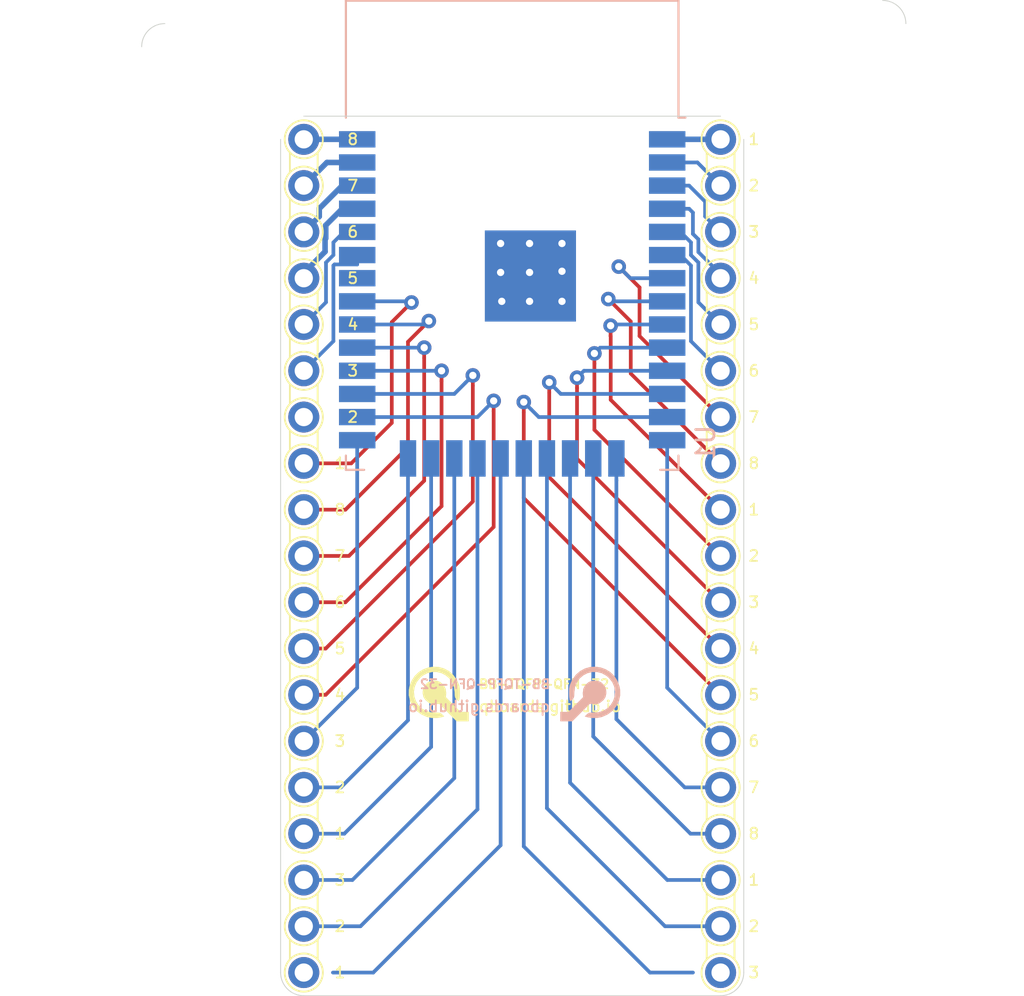
<source format=kicad_pcb>
(kicad_pcb (version 20171130) (host pcbnew "(5.1.2)-1")

  (general
    (thickness 1.2)
    (drawings 8)
    (tracks 194)
    (zones 0)
    (modules 10)
    (nets 36)
  )

  (page A4)
  (title_block
    (title BRD-REF)
    (rev 1)
    (company QBoards)
    (comment 1 "Description of the board")
  )

  (layers
    (0 F.Cu signal)
    (31 B.Cu signal hide)
    (32 B.Adhes user hide)
    (33 F.Adhes user hide)
    (34 B.Paste user hide)
    (35 F.Paste user)
    (36 B.SilkS user hide)
    (37 F.SilkS user)
    (38 B.Mask user hide)
    (39 F.Mask user)
    (40 Dwgs.User user hide)
    (41 Cmts.User user hide)
    (42 Eco1.User user hide)
    (43 Eco2.User user hide)
    (44 Edge.Cuts user)
    (45 Margin user hide)
    (46 B.CrtYd user hide)
    (47 F.CrtYd user)
    (48 B.Fab user hide)
    (49 F.Fab user hide)
  )

  (setup
    (last_trace_width 0.2032)
    (user_trace_width 0.2032)
    (trace_clearance 0.2032)
    (zone_clearance 0.508)
    (zone_45_only no)
    (trace_min 0.1524)
    (via_size 0.8)
    (via_drill 0.4)
    (via_min_size 0.4)
    (via_min_drill 0.3048)
    (uvia_size 0.3)
    (uvia_drill 0.1)
    (uvias_allowed no)
    (uvia_min_size 0.2)
    (uvia_min_drill 0.1)
    (edge_width 0.05)
    (segment_width 0.2)
    (pcb_text_width 0.3)
    (pcb_text_size 1.5 1.5)
    (mod_edge_width 0.12)
    (mod_text_size 1 1)
    (mod_text_width 0.15)
    (pad_size 1.524 1.524)
    (pad_drill 0.762)
    (pad_to_mask_clearance 0.051)
    (solder_mask_min_width 0.25)
    (aux_axis_origin 0 0)
    (visible_elements 7FFFFFFF)
    (pcbplotparams
      (layerselection 0x010fc_ffffffff)
      (usegerberextensions false)
      (usegerberattributes false)
      (usegerberadvancedattributes false)
      (creategerberjobfile false)
      (excludeedgelayer true)
      (linewidth 0.100000)
      (plotframeref false)
      (viasonmask false)
      (mode 1)
      (useauxorigin false)
      (hpglpennumber 1)
      (hpglpenspeed 20)
      (hpglpendiameter 15.000000)
      (psnegative false)
      (psa4output false)
      (plotreference true)
      (plotvalue true)
      (plotinvisibletext false)
      (padsonsilk false)
      (subtractmaskfromsilk false)
      (outputformat 1)
      (mirror false)
      (drillshape 0)
      (scaleselection 1)
      (outputdirectory "output/"))
  )

  (net 0 "")
  (net 1 "Net-(J17_19-Pad3)")
  (net 2 "Net-(J17_19-Pad2)")
  (net 3 "Net-(J17_19-Pad1)")
  (net 4 "Net-(J1_8-Pad8)")
  (net 5 "Net-(J1_8-Pad1)")
  (net 6 "Net-(J1_8-Pad2)")
  (net 7 "Net-(J1_8-Pad3)")
  (net 8 "Net-(J1_8-Pad4)")
  (net 9 "Net-(J1_8-Pad5)")
  (net 10 "Net-(J1_8-Pad6)")
  (net 11 "Net-(J1_8-Pad7)")
  (net 12 "Net-(J20_22-Pad1)")
  (net 13 "Net-(J20_22-Pad2)")
  (net 14 "Net-(J20_22-Pad3)")
  (net 15 "Net-(J23_30-Pad7)")
  (net 16 "Net-(J23_30-Pad6)")
  (net 17 "Net-(J23_30-Pad5)")
  (net 18 "Net-(J23_30-Pad4)")
  (net 19 "Net-(J23_30-Pad3)")
  (net 20 "Net-(J23_30-Pad2)")
  (net 21 "Net-(J23_30-Pad1)")
  (net 22 "Net-(J23_30-Pad8)")
  (net 23 "Net-(J31_38-Pad1)")
  (net 24 "Net-(J31_38-Pad3)")
  (net 25 "Net-(J31_38-Pad4)")
  (net 26 "Net-(J31_38-Pad5)")
  (net 27 "Net-(J31_38-Pad6)")
  (net 28 "Net-(J31_38-Pad7)")
  (net 29 "Net-(J9_16-Pad6)")
  (net 30 "Net-(J9_16-Pad5)")
  (net 31 "Net-(J9_16-Pad4)")
  (net 32 "Net-(J9_16-Pad3)")
  (net 33 "Net-(J9_16-Pad2)")
  (net 34 "Net-(J9_16-Pad1)")
  (net 35 "Net-(J9_16-Pad8)")

  (net_class Default "This is the default net class."
    (clearance 0.2032)
    (trace_width 0.3048)
    (via_dia 0.8)
    (via_drill 0.4)
    (uvia_dia 0.3)
    (uvia_drill 0.1)
    (add_net "Net-(J17_19-Pad1)")
    (add_net "Net-(J17_19-Pad2)")
    (add_net "Net-(J17_19-Pad3)")
    (add_net "Net-(J1_8-Pad1)")
    (add_net "Net-(J1_8-Pad2)")
    (add_net "Net-(J1_8-Pad3)")
    (add_net "Net-(J1_8-Pad4)")
    (add_net "Net-(J1_8-Pad5)")
    (add_net "Net-(J1_8-Pad6)")
    (add_net "Net-(J1_8-Pad7)")
    (add_net "Net-(J1_8-Pad8)")
    (add_net "Net-(J20_22-Pad1)")
    (add_net "Net-(J20_22-Pad2)")
    (add_net "Net-(J20_22-Pad3)")
    (add_net "Net-(J23_30-Pad1)")
    (add_net "Net-(J23_30-Pad2)")
    (add_net "Net-(J23_30-Pad3)")
    (add_net "Net-(J23_30-Pad4)")
    (add_net "Net-(J23_30-Pad5)")
    (add_net "Net-(J23_30-Pad6)")
    (add_net "Net-(J23_30-Pad7)")
    (add_net "Net-(J23_30-Pad8)")
    (add_net "Net-(J31_38-Pad1)")
    (add_net "Net-(J31_38-Pad3)")
    (add_net "Net-(J31_38-Pad4)")
    (add_net "Net-(J31_38-Pad5)")
    (add_net "Net-(J31_38-Pad6)")
    (add_net "Net-(J31_38-Pad7)")
    (add_net "Net-(J9_16-Pad1)")
    (add_net "Net-(J9_16-Pad2)")
    (add_net "Net-(J9_16-Pad3)")
    (add_net "Net-(J9_16-Pad4)")
    (add_net "Net-(J9_16-Pad5)")
    (add_net "Net-(J9_16-Pad6)")
    (add_net "Net-(J9_16-Pad8)")
  )

  (net_class Minimal ""
    (clearance 0.1524)
    (trace_width 0.1524)
    (via_dia 0.8)
    (via_drill 0.4)
    (uvia_dia 0.3)
    (uvia_drill 0.1)
  )

  (module qboards_aesthetics:breadboard-guide (layer F.Cu) (tedit 5CF80C42) (tstamp 5DA5A19A)
    (at 97.79 90.17)
    (fp_text reference REF** (at 0.508 1.524 90) (layer F.SilkS) hide
      (effects (font (size 1 1) (thickness 0.15)))
    )
    (fp_text value breadboard-guide (at -5.08 11.43 90) (layer F.Fab) hide
      (effects (font (size 1 1) (thickness 0.15)))
    )
    (fp_circle (center 38.084366 0) (end 38.608 0) (layer F.Fab) (width 0.4))
    (fp_circle (center 35.56 0) (end 36.083634 0) (layer F.Fab) (width 0.4))
    (fp_circle (center 33.02 0) (end 33.543634 0) (layer F.Fab) (width 0.4))
    (fp_circle (center 30.48 0) (end 31.003634 0) (layer F.Fab) (width 0.4))
    (fp_circle (center 27.94 0) (end 28.463634 0) (layer F.Fab) (width 0.4))
    (fp_circle (center 48.244366 0) (end 48.768 0) (layer F.Fab) (width 0.4))
    (fp_circle (center 45.72 0) (end 46.243634 0) (layer F.Fab) (width 0.4))
    (fp_circle (center 0 0) (end 0.523634 0) (layer F.Fab) (width 0.4))
    (fp_circle (center 2.524366 0) (end 3.048 0) (layer F.Fab) (width 0.4))
    (fp_circle (center 20.304366 0) (end 20.828 0) (layer F.Fab) (width 0.4))
    (fp_circle (center 17.78 0) (end 18.303634 0) (layer F.Fab) (width 0.4))
    (fp_circle (center 12.7 0) (end 13.223634 0) (layer F.Fab) (width 0.4))
    (fp_circle (center 15.24 0) (end 15.763634 0) (layer F.Fab) (width 0.4))
    (fp_circle (center 10.16 0) (end 10.683634 0) (layer F.Fab) (width 0.4))
    (fp_circle (center 38.084366 2.54) (end 38.608 2.54) (layer F.Fab) (width 0.4))
    (fp_circle (center 38.084366 5.08) (end 38.608 5.08) (layer F.Fab) (width 0.4))
    (fp_circle (center 38.084366 7.62) (end 38.608 7.62) (layer F.Fab) (width 0.4))
    (fp_circle (center 38.084366 10.16) (end 38.608 10.16) (layer F.Fab) (width 0.4))
    (fp_circle (center 38.084366 12.7) (end 38.608 12.7) (layer F.Fab) (width 0.4))
    (fp_circle (center 38.084366 15.24) (end 38.608 15.24) (layer F.Fab) (width 0.4))
    (fp_circle (center 38.084366 17.78) (end 38.608 17.78) (layer F.Fab) (width 0.4))
    (fp_circle (center 38.084366 20.32) (end 38.608 20.32) (layer F.Fab) (width 0.4))
    (fp_circle (center 38.084366 22.86) (end 38.608 22.86) (layer F.Fab) (width 0.4))
    (fp_circle (center 35.56 2.54) (end 36.083634 2.54) (layer F.Fab) (width 0.4))
    (fp_circle (center 35.56 5.08) (end 36.083634 5.08) (layer F.Fab) (width 0.4))
    (fp_circle (center 35.56 7.62) (end 36.083634 7.62) (layer F.Fab) (width 0.4))
    (fp_circle (center 35.56 10.16) (end 36.083634 10.16) (layer F.Fab) (width 0.4))
    (fp_circle (center 35.56 12.7) (end 36.083634 12.7) (layer F.Fab) (width 0.4))
    (fp_circle (center 35.56 15.24) (end 36.083634 15.24) (layer F.Fab) (width 0.4))
    (fp_circle (center 35.56 17.78) (end 36.083634 17.78) (layer F.Fab) (width 0.4))
    (fp_circle (center 35.56 20.32) (end 36.083634 20.32) (layer F.Fab) (width 0.4))
    (fp_circle (center 35.56 22.86) (end 36.083634 22.86) (layer F.Fab) (width 0.4))
    (fp_circle (center 30.48 2.54) (end 31.003634 2.54) (layer F.Fab) (width 0.4))
    (fp_circle (center 30.48 5.08) (end 31.003634 5.08) (layer F.Fab) (width 0.4))
    (fp_circle (center 30.48 7.62) (end 31.003634 7.62) (layer F.Fab) (width 0.4))
    (fp_circle (center 30.48 10.16) (end 31.003634 10.16) (layer F.Fab) (width 0.4))
    (fp_circle (center 30.48 12.7) (end 31.003634 12.7) (layer F.Fab) (width 0.4))
    (fp_circle (center 30.48 15.24) (end 31.003634 15.24) (layer F.Fab) (width 0.4))
    (fp_circle (center 30.48 17.78) (end 31.003634 17.78) (layer F.Fab) (width 0.4))
    (fp_circle (center 30.48 20.32) (end 31.003634 20.32) (layer F.Fab) (width 0.4))
    (fp_circle (center 30.48 22.86) (end 31.003634 22.86) (layer F.Fab) (width 0.4))
    (fp_circle (center 33.02 2.54) (end 33.543634 2.54) (layer F.Fab) (width 0.4))
    (fp_circle (center 33.02 5.08) (end 33.543634 5.08) (layer F.Fab) (width 0.4))
    (fp_circle (center 33.02 7.62) (end 33.543634 7.62) (layer F.Fab) (width 0.4))
    (fp_circle (center 33.02 10.16) (end 33.543634 10.16) (layer F.Fab) (width 0.4))
    (fp_circle (center 33.02 12.7) (end 33.543634 12.7) (layer F.Fab) (width 0.4))
    (fp_circle (center 33.02 15.24) (end 33.543634 15.24) (layer F.Fab) (width 0.4))
    (fp_circle (center 33.02 17.78) (end 33.543634 17.78) (layer F.Fab) (width 0.4))
    (fp_circle (center 33.02 20.32) (end 33.543634 20.32) (layer F.Fab) (width 0.4))
    (fp_circle (center 33.02 22.86) (end 33.543634 22.86) (layer F.Fab) (width 0.4))
    (fp_circle (center 10.16 2.54) (end 10.683634 2.54) (layer F.Fab) (width 0.4))
    (fp_circle (center 10.16 5.08) (end 10.683634 5.08) (layer F.Fab) (width 0.4))
    (fp_circle (center 10.16 7.62) (end 10.683634 7.62) (layer F.Fab) (width 0.4))
    (fp_circle (center 10.16 10.16) (end 10.683634 10.16) (layer F.Fab) (width 0.4))
    (fp_circle (center 10.16 12.7) (end 10.683634 12.7) (layer F.Fab) (width 0.4))
    (fp_circle (center 10.16 15.24) (end 10.683634 15.24) (layer F.Fab) (width 0.4))
    (fp_circle (center 10.16 17.78) (end 10.683634 17.78) (layer F.Fab) (width 0.4))
    (fp_circle (center 10.16 20.32) (end 10.683634 20.32) (layer F.Fab) (width 0.4))
    (fp_circle (center 10.16 22.86) (end 10.683634 22.86) (layer F.Fab) (width 0.4))
    (fp_circle (center 20.304366 2.54) (end 20.828 2.54) (layer F.Fab) (width 0.4))
    (fp_circle (center 20.304366 5.08) (end 20.828 5.08) (layer F.Fab) (width 0.4))
    (fp_circle (center 20.304366 7.62) (end 20.828 7.62) (layer F.Fab) (width 0.4))
    (fp_circle (center 20.304366 10.16) (end 20.828 10.16) (layer F.Fab) (width 0.4))
    (fp_circle (center 20.304366 12.7) (end 20.828 12.7) (layer F.Fab) (width 0.4))
    (fp_circle (center 20.304366 15.24) (end 20.828 15.24) (layer F.Fab) (width 0.4))
    (fp_circle (center 20.304366 17.78) (end 20.828 17.78) (layer F.Fab) (width 0.4))
    (fp_circle (center 20.304366 20.32) (end 20.828 20.32) (layer F.Fab) (width 0.4))
    (fp_circle (center 20.304366 22.86) (end 20.828 22.86) (layer F.Fab) (width 0.4))
    (fp_circle (center 0 2.54) (end 0.523634 2.54) (layer F.Fab) (width 0.4))
    (fp_circle (center 0 5.08) (end 0.523634 5.08) (layer F.Fab) (width 0.4))
    (fp_circle (center 0 7.62) (end 0.523634 7.62) (layer F.Fab) (width 0.4))
    (fp_circle (center 0 10.16) (end 0.523634 10.16) (layer F.Fab) (width 0.4))
    (fp_circle (center 0 12.7) (end 0.523634 12.7) (layer F.Fab) (width 0.4))
    (fp_circle (center 0 15.24) (end 0.523634 15.24) (layer F.Fab) (width 0.4))
    (fp_circle (center 0 17.78) (end 0.523634 17.78) (layer F.Fab) (width 0.4))
    (fp_circle (center 0 20.32) (end 0.523634 20.32) (layer F.Fab) (width 0.4))
    (fp_circle (center 0 22.86) (end 0.523634 22.86) (layer F.Fab) (width 0.4))
    (fp_circle (center 45.72 2.54) (end 46.243634 2.54) (layer F.Fab) (width 0.4))
    (fp_circle (center 45.72 5.08) (end 46.243634 5.08) (layer F.Fab) (width 0.4))
    (fp_circle (center 45.72 7.62) (end 46.243634 7.62) (layer F.Fab) (width 0.4))
    (fp_circle (center 45.72 10.16) (end 46.243634 10.16) (layer F.Fab) (width 0.4))
    (fp_circle (center 45.72 12.7) (end 46.243634 12.7) (layer F.Fab) (width 0.4))
    (fp_circle (center 45.72 15.24) (end 46.243634 15.24) (layer F.Fab) (width 0.4))
    (fp_circle (center 45.72 17.78) (end 46.243634 17.78) (layer F.Fab) (width 0.4))
    (fp_circle (center 45.72 20.32) (end 46.243634 20.32) (layer F.Fab) (width 0.4))
    (fp_circle (center 45.72 22.86) (end 46.243634 22.86) (layer F.Fab) (width 0.4))
    (fp_circle (center 48.244366 2.54) (end 48.768 2.54) (layer F.Fab) (width 0.4))
    (fp_circle (center 48.244366 5.08) (end 48.768 5.08) (layer F.Fab) (width 0.4))
    (fp_circle (center 48.244366 7.62) (end 48.768 7.62) (layer F.Fab) (width 0.4))
    (fp_circle (center 48.244366 10.16) (end 48.768 10.16) (layer F.Fab) (width 0.4))
    (fp_circle (center 48.244366 12.7) (end 48.768 12.7) (layer F.Fab) (width 0.4))
    (fp_circle (center 48.244366 15.24) (end 48.768 15.24) (layer F.Fab) (width 0.4))
    (fp_circle (center 48.244366 17.78) (end 48.768 17.78) (layer F.Fab) (width 0.4))
    (fp_circle (center 48.244366 20.32) (end 48.768 20.32) (layer F.Fab) (width 0.4))
    (fp_circle (center 48.244366 22.86) (end 48.768 22.86) (layer F.Fab) (width 0.4))
    (fp_circle (center 17.78 2.54) (end 18.303634 2.54) (layer F.Fab) (width 0.4))
    (fp_circle (center 17.78 5.08) (end 18.303634 5.08) (layer F.Fab) (width 0.4))
    (fp_circle (center 17.78 7.62) (end 18.303634 7.62) (layer F.Fab) (width 0.4))
    (fp_circle (center 17.78 10.16) (end 18.303634 10.16) (layer F.Fab) (width 0.4))
    (fp_circle (center 17.78 12.7) (end 18.303634 12.7) (layer F.Fab) (width 0.4))
    (fp_circle (center 17.78 15.24) (end 18.303634 15.24) (layer F.Fab) (width 0.4))
    (fp_circle (center 17.78 17.78) (end 18.303634 17.78) (layer F.Fab) (width 0.4))
    (fp_circle (center 17.78 20.32) (end 18.303634 20.32) (layer F.Fab) (width 0.4))
    (fp_circle (center 17.78 22.86) (end 18.303634 22.86) (layer F.Fab) (width 0.4))
    (fp_circle (center 12.7 2.54) (end 13.223634 2.54) (layer F.Fab) (width 0.4))
    (fp_circle (center 12.7 5.08) (end 13.223634 5.08) (layer F.Fab) (width 0.4))
    (fp_circle (center 12.7 7.62) (end 13.223634 7.62) (layer F.Fab) (width 0.4))
    (fp_circle (center 12.7 10.16) (end 13.223634 10.16) (layer F.Fab) (width 0.4))
    (fp_circle (center 12.7 12.7) (end 13.223634 12.7) (layer F.Fab) (width 0.4))
    (fp_circle (center 12.7 15.24) (end 13.223634 15.24) (layer F.Fab) (width 0.4))
    (fp_circle (center 12.7 17.78) (end 13.223634 17.78) (layer F.Fab) (width 0.4))
    (fp_circle (center 12.7 20.32) (end 13.223634 20.32) (layer F.Fab) (width 0.4))
    (fp_circle (center 12.7 22.86) (end 13.223634 22.86) (layer F.Fab) (width 0.4))
    (fp_circle (center 2.524366 2.54) (end 3.048 2.54) (layer F.Fab) (width 0.4))
    (fp_circle (center 2.524366 5.08) (end 3.048 5.08) (layer F.Fab) (width 0.4))
    (fp_circle (center 2.524366 7.62) (end 3.048 7.62) (layer F.Fab) (width 0.4))
    (fp_circle (center 2.524366 10.16) (end 3.048 10.16) (layer F.Fab) (width 0.4))
    (fp_circle (center 2.524366 12.7) (end 3.048 12.7) (layer F.Fab) (width 0.4))
    (fp_circle (center 2.524366 15.24) (end 3.048 15.24) (layer F.Fab) (width 0.4))
    (fp_circle (center 2.524366 17.78) (end 3.048 17.78) (layer F.Fab) (width 0.4))
    (fp_circle (center 2.524366 20.32) (end 3.048 20.32) (layer F.Fab) (width 0.4))
    (fp_circle (center 2.524366 22.86) (end 3.048 22.86) (layer F.Fab) (width 0.4))
    (fp_circle (center 27.94 2.54) (end 28.463634 2.54) (layer F.Fab) (width 0.4))
    (fp_circle (center 27.94 5.08) (end 28.463634 5.08) (layer F.Fab) (width 0.4))
    (fp_circle (center 27.94 7.62) (end 28.463634 7.62) (layer F.Fab) (width 0.4))
    (fp_circle (center 27.94 10.16) (end 28.463634 10.16) (layer F.Fab) (width 0.4))
    (fp_circle (center 27.94 12.7) (end 28.463634 12.7) (layer F.Fab) (width 0.4))
    (fp_circle (center 27.94 15.24) (end 28.463634 15.24) (layer F.Fab) (width 0.4))
    (fp_circle (center 27.94 17.78) (end 28.463634 17.78) (layer F.Fab) (width 0.4))
    (fp_circle (center 27.94 20.32) (end 28.463634 20.32) (layer F.Fab) (width 0.4))
    (fp_circle (center 27.94 22.86) (end 28.463634 22.86) (layer F.Fab) (width 0.4))
    (fp_circle (center 15.24 2.54) (end 15.763634 2.54) (layer F.Fab) (width 0.4))
    (fp_circle (center 15.24 5.08) (end 15.763634 5.08) (layer F.Fab) (width 0.4))
    (fp_circle (center 15.24 7.62) (end 15.763634 7.62) (layer F.Fab) (width 0.4))
    (fp_circle (center 15.24 10.16) (end 15.763634 10.16) (layer F.Fab) (width 0.4))
    (fp_circle (center 15.24 12.7) (end 15.763634 12.7) (layer F.Fab) (width 0.4))
    (fp_circle (center 15.24 15.24) (end 15.763634 15.24) (layer F.Fab) (width 0.4))
    (fp_circle (center 15.24 17.78) (end 15.763634 17.78) (layer F.Fab) (width 0.4))
    (fp_circle (center 15.24 20.32) (end 15.763634 20.32) (layer F.Fab) (width 0.4))
    (fp_circle (center 15.24 22.86) (end 15.763634 22.86) (layer F.Fab) (width 0.4))
    (fp_line (start -3.81 24.13) (end -3.81 -1.27) (layer F.Fab) (width 0.3))
    (fp_line (start 52.07 24.13) (end 52.07 -1.27) (layer F.Fab) (width 0.3))
  )

  (module qboards_aesthetics:logo_url-3mm (layer F.Cu) (tedit 5CF579B1) (tstamp 5DA43827)
    (at 117.602 117.983)
    (fp_text reference BB-TQFP-QFN-32 (at 2.4384 -0.4572) (layer F.SilkS)
      (effects (font (size 0.5 0.5) (thickness 0.1)) (justify left))
    )
    (fp_text value LOGO_BRD_REF (at 0 2.3622) (layer F.SilkS) hide
      (effects (font (size 0.6 0.6) (thickness 0.1)))
    )
    (fp_poly (pts (xy 0.229107 -0.630267) (xy 0.384132 -0.565267) (xy 0.392712 -0.559141) (xy 0.571873 -0.387566)
      (xy 0.671563 -0.193924) (xy 0.695785 0.029709) (xy 0.695247 0.039303) (xy 0.681566 0.260639)
      (xy 1.082897 0.66372) (xy 1.484227 1.0668) (xy 1.9304 1.0668) (xy 1.9304 1.5748)
      (xy 1.272852 1.5748) (xy 0.794695 1.095283) (xy 0.316537 0.615765) (xy 0.096885 0.633387)
      (xy -0.056582 0.636172) (xy -0.169617 0.608257) (xy -0.267041 0.551988) (xy -0.441484 0.406408)
      (xy -0.543765 0.250165) (xy -0.585771 0.062377) (xy -0.588434 -0.0127) (xy -0.563995 -0.217089)
      (xy -0.482479 -0.383076) (xy -0.331592 -0.533767) (xy -0.296964 -0.560417) (xy -0.146721 -0.627908)
      (xy 0.040396 -0.651169) (xy 0.229107 -0.630267)) (layer F.SilkS) (width 0.01))
    (fp_poly (pts (xy 0.301751 -1.394461) (xy 0.582667 -1.316111) (xy 0.844161 -1.176542) (xy 1.075553 -0.974514)
      (xy 1.266161 -0.708785) (xy 1.303875 -0.636973) (xy 1.37773 -0.475836) (xy 1.419998 -0.342842)
      (xy 1.439126 -0.20029) (xy 1.443566 -0.013664) (xy 1.439594 0.157438) (xy 1.429078 0.303015)
      (xy 1.414115 0.396238) (xy 1.410711 0.406392) (xy 1.383931 0.456332) (xy 1.348489 0.45341)
      (xy 1.279461 0.394371) (xy 1.273128 0.388429) (xy 1.21484 0.321997) (xy 1.182885 0.243632)
      (xy 1.169652 0.126196) (xy 1.16747 0.011671) (xy 1.130012 -0.29018) (xy 1.02716 -0.553497)
      (xy 0.869991 -0.773577) (xy 0.669584 -0.945712) (xy 0.437018 -1.065199) (xy 0.183372 -1.127332)
      (xy -0.080277 -1.127405) (xy -0.342849 -1.060714) (xy -0.593266 -0.922552) (xy -0.738616 -0.797882)
      (xy -0.922376 -0.561969) (xy -1.032169 -0.306442) (xy -1.072891 -0.042499) (xy -1.049439 0.218666)
      (xy -0.966708 0.465853) (xy -0.829594 0.687868) (xy -0.642992 0.873513) (xy -0.411797 1.011592)
      (xy -0.140906 1.090908) (xy 0.09333 1.104832) (xy 0.248968 1.102978) (xy 0.34842 1.116252)
      (xy 0.419803 1.151909) (xy 0.478353 1.204178) (xy 0.587693 1.313518) (xy 0.422963 1.359256)
      (xy 0.178868 1.397375) (xy -0.090528 1.392549) (xy -0.338117 1.345713) (xy -0.343492 1.344052)
      (xy -0.660977 1.204782) (xy -0.925946 1.007348) (xy -1.132568 0.76185) (xy -1.275016 0.47839)
      (xy -1.347458 0.167068) (xy -1.344068 -0.162016) (xy -1.311358 -0.333052) (xy -1.193529 -0.648479)
      (xy -1.020362 -0.911375) (xy -0.802536 -1.1205) (xy -0.550731 -1.274612) (xy -0.275628 -1.372471)
      (xy 0.012092 -1.412834) (xy 0.301751 -1.394461)) (layer F.SilkS) (width 0.01))
    (fp_text user qboards.github.io (at 2.4384 0.762) (layer F.SilkS)
      (effects (font (size 0.6 0.6) (thickness 0.1)) (justify left))
    )
  )

  (module qboards_aesthetics:logo_url-3mm (layer B.Cu) (tedit 5CF579B1) (tstamp 5CF87F55)
    (at 126.492 117.983 180)
    (fp_text reference BB-TQFP-QFN-32 (at 2.4384 0.4572) (layer B.SilkS)
      (effects (font (size 0.5 0.5) (thickness 0.1)) (justify left mirror))
    )
    (fp_text value LOGO_BRD_REF (at 0 -2.3622) (layer B.SilkS) hide
      (effects (font (size 0.6 0.6) (thickness 0.1)) (justify mirror))
    )
    (fp_text user qboards.github.io (at 2.4384 -0.762) (layer B.SilkS)
      (effects (font (size 0.6 0.6) (thickness 0.1)) (justify left mirror))
    )
    (fp_poly (pts (xy 0.301751 1.394461) (xy 0.582667 1.316111) (xy 0.844161 1.176542) (xy 1.075553 0.974514)
      (xy 1.266161 0.708785) (xy 1.303875 0.636973) (xy 1.37773 0.475836) (xy 1.419998 0.342842)
      (xy 1.439126 0.20029) (xy 1.443566 0.013664) (xy 1.439594 -0.157438) (xy 1.429078 -0.303015)
      (xy 1.414115 -0.396238) (xy 1.410711 -0.406392) (xy 1.383931 -0.456332) (xy 1.348489 -0.45341)
      (xy 1.279461 -0.394371) (xy 1.273128 -0.388429) (xy 1.21484 -0.321997) (xy 1.182885 -0.243632)
      (xy 1.169652 -0.126196) (xy 1.16747 -0.011671) (xy 1.130012 0.29018) (xy 1.02716 0.553497)
      (xy 0.869991 0.773577) (xy 0.669584 0.945712) (xy 0.437018 1.065199) (xy 0.183372 1.127332)
      (xy -0.080277 1.127405) (xy -0.342849 1.060714) (xy -0.593266 0.922552) (xy -0.738616 0.797882)
      (xy -0.922376 0.561969) (xy -1.032169 0.306442) (xy -1.072891 0.042499) (xy -1.049439 -0.218666)
      (xy -0.966708 -0.465853) (xy -0.829594 -0.687868) (xy -0.642992 -0.873513) (xy -0.411797 -1.011592)
      (xy -0.140906 -1.090908) (xy 0.09333 -1.104832) (xy 0.248968 -1.102978) (xy 0.34842 -1.116252)
      (xy 0.419803 -1.151909) (xy 0.478353 -1.204178) (xy 0.587693 -1.313518) (xy 0.422963 -1.359256)
      (xy 0.178868 -1.397375) (xy -0.090528 -1.392549) (xy -0.338117 -1.345713) (xy -0.343492 -1.344052)
      (xy -0.660977 -1.204782) (xy -0.925946 -1.007348) (xy -1.132568 -0.76185) (xy -1.275016 -0.47839)
      (xy -1.347458 -0.167068) (xy -1.344068 0.162016) (xy -1.311358 0.333052) (xy -1.193529 0.648479)
      (xy -1.020362 0.911375) (xy -0.802536 1.1205) (xy -0.550731 1.274612) (xy -0.275628 1.372471)
      (xy 0.012092 1.412834) (xy 0.301751 1.394461)) (layer B.SilkS) (width 0.01))
    (fp_poly (pts (xy 0.229107 0.630267) (xy 0.384132 0.565267) (xy 0.392712 0.559141) (xy 0.571873 0.387566)
      (xy 0.671563 0.193924) (xy 0.695785 -0.029709) (xy 0.695247 -0.039303) (xy 0.681566 -0.260639)
      (xy 1.082897 -0.66372) (xy 1.484227 -1.0668) (xy 1.9304 -1.0668) (xy 1.9304 -1.5748)
      (xy 1.272852 -1.5748) (xy 0.794695 -1.095283) (xy 0.316537 -0.615765) (xy 0.096885 -0.633387)
      (xy -0.056582 -0.636172) (xy -0.169617 -0.608257) (xy -0.267041 -0.551988) (xy -0.441484 -0.406408)
      (xy -0.543765 -0.250165) (xy -0.585771 -0.062377) (xy -0.588434 0.0127) (xy -0.563995 0.217089)
      (xy -0.482479 0.383076) (xy -0.331592 0.533767) (xy -0.296964 0.560417) (xy -0.146721 0.627908)
      (xy 0.040396 0.651169) (xy 0.229107 0.630267)) (layer B.SilkS) (width 0.01))
  )

  (module qboards_connectors:PinHeader_1x03_P2.54mm_Vertical (layer F.Cu) (tedit 5DA30E7B) (tstamp 5DB646CC)
    (at 133.35 128.27)
    (descr "Through hole straight pin header, 1x07, 2.54mm pitch, single row")
    (tags "Through hole pin header THT 1x07 2.54mm single row")
    (path /5DB73E32)
    (fp_text reference J17_19 (at -0.0508 -1.8288) (layer F.SilkS) hide
      (effects (font (size 0.6 0.6) (thickness 0.1)))
    )
    (fp_text value Conn_01x03_Male (at 0 7.41) (layer B.Fab)
      (effects (font (size 1 1) (thickness 0.15)) (justify mirror))
    )
    (fp_text user %R (at 0.03 2.57 90) (layer B.Fab)
      (effects (font (size 1 1) (thickness 0.15)) (justify mirror))
    )
    (fp_line (start 1.016 -1.016) (end -1.016 -1.016) (layer F.CrtYd) (width 0.05))
    (fp_line (start 1.016 6.12) (end 1.016 -1.016) (layer F.CrtYd) (width 0.05))
    (fp_line (start -1.012 6.12) (end 1.01 6.12) (layer F.CrtYd) (width 0.05))
    (fp_line (start -1.016 -1.016) (end -1.016 6.12) (layer F.CrtYd) (width 0.05))
    (fp_line (start -1.27 -0.635) (end -0.635 -1.27) (layer B.Fab) (width 0.1))
    (fp_line (start -1.27 6.33) (end -1.27 -0.635) (layer B.Fab) (width 0.1))
    (fp_line (start 1.27 6.34) (end -1.27 6.34) (layer B.Fab) (width 0.1))
    (fp_line (start 1.27 -1.27) (end 1.27 6.34) (layer B.Fab) (width 0.1))
    (fp_line (start -0.635 -1.27) (end 1.27 -1.27) (layer B.Fab) (width 0.1))
    (fp_circle (center 0 0) (end 0.8128 0.6604) (layer F.SilkS) (width 0.1))
    (fp_text user 1 (at 1.4732 0) (layer F.SilkS)
      (effects (font (size 0.6 0.6) (thickness 0.1)) (justify left))
    )
    (fp_circle (center 0 2.54) (end 0.8128 3.2004) (layer F.SilkS) (width 0.1))
    (fp_circle (center 0 5.08) (end 0.8128 5.7404) (layer F.SilkS) (width 0.1))
    (fp_text user 2 (at 1.4732 2.54) (layer F.SilkS)
      (effects (font (size 0.6 0.6) (thickness 0.1)) (justify left))
    )
    (fp_text user 3 (at 1.4732 5.08) (layer F.SilkS)
      (effects (font (size 0.6 0.6) (thickness 0.1)) (justify left))
    )
    (fp_line (start -0.762 0.762) (end -0.762 1.778) (layer F.SilkS) (width 0.1))
    (fp_line (start 0.762 0.762) (end 0.762 1.778) (layer F.SilkS) (width 0.1))
    (fp_line (start 0.762 3.302) (end 0.762 4.318) (layer F.SilkS) (width 0.1))
    (fp_line (start -0.762 3.302) (end -0.762 4.318) (layer F.SilkS) (width 0.1))
    (fp_line (start 1.27 6.34) (end 1.27 -1.26) (layer B.CrtYd) (width 0.12))
    (fp_line (start 1.27 -1.26) (end -1.27 -1.26) (layer B.CrtYd) (width 0.12))
    (fp_line (start -1.27 -1.26) (end -1.27 6.34) (layer B.CrtYd) (width 0.12))
    (fp_line (start -1.27 6.34) (end 1.27 6.34) (layer B.CrtYd) (width 0.12))
    (pad 3 thru_hole oval (at 0 5.08) (size 1.7 1.7) (drill 1) (layers *.Cu *.Mask)
      (net 1 "Net-(J17_19-Pad3)"))
    (pad 2 thru_hole oval (at 0 2.54) (size 1.7 1.7) (drill 1) (layers *.Cu *.Mask)
      (net 2 "Net-(J17_19-Pad2)"))
    (pad 1 thru_hole circle (at 0 0) (size 1.7 1.7) (drill 1) (layers *.Cu *.Mask)
      (net 3 "Net-(J17_19-Pad1)"))
    (model ${KISYS3DMOD}/Connector_PinHeader_2.54mm.3dshapes/PinHeader_1x03_P2.54mm_Vertical.wrl
      (offset (xyz 0 0 -2))
      (scale (xyz 1 1 1))
      (rotate (xyz 0 180 0))
    )
  )

  (module qboards_connectors:PinHeader_1x08_P2.54mm_Vertical (layer F.Cu) (tedit 5DA30E6A) (tstamp 5DB64704)
    (at 133.35 87.63)
    (descr "Through hole straight pin header, 1x07, 2.54mm pitch, single row")
    (tags "Through hole pin header THT 1x07 2.54mm single row")
    (path /5DB6BF06)
    (fp_text reference J1_8 (at -0.0508 -1.8288) (layer F.SilkS) hide
      (effects (font (size 0.6 0.6) (thickness 0.1)))
    )
    (fp_text value Conn_01x08_Male (at 0 20.11) (layer B.Fab)
      (effects (font (size 1 1) (thickness 0.15)) (justify mirror))
    )
    (fp_line (start -0.762 16.002) (end -0.762 17.018) (layer F.SilkS) (width 0.1))
    (fp_line (start 0.762 16.002) (end 0.762 17.018) (layer F.SilkS) (width 0.1))
    (fp_circle (center 0 17.78) (end 0.8128 18.4404) (layer F.SilkS) (width 0.1))
    (fp_text user 8 (at 1.4732 17.78) (layer F.SilkS)
      (effects (font (size 0.6 0.6) (thickness 0.1)) (justify left))
    )
    (fp_line (start -1.27 19.04) (end 1.27 19.04) (layer B.CrtYd) (width 0.12))
    (fp_line (start -1.27 -1.26) (end -1.27 19.04) (layer B.CrtYd) (width 0.12))
    (fp_line (start 1.27 -1.26) (end -1.27 -1.26) (layer B.CrtYd) (width 0.12))
    (fp_line (start 1.27 19.04) (end 1.27 -1.26) (layer B.CrtYd) (width 0.12))
    (fp_line (start -0.762 13.462) (end -0.762 14.478) (layer F.SilkS) (width 0.1))
    (fp_line (start -0.762 10.922) (end -0.762 11.938) (layer F.SilkS) (width 0.1))
    (fp_line (start -0.762 8.382) (end -0.762 9.398) (layer F.SilkS) (width 0.1))
    (fp_line (start -0.762 5.842) (end -0.762 6.858) (layer F.SilkS) (width 0.1))
    (fp_line (start -0.762 3.302) (end -0.762 4.318) (layer F.SilkS) (width 0.1))
    (fp_line (start 0.762 13.462) (end 0.762 14.478) (layer F.SilkS) (width 0.1))
    (fp_line (start 0.762 10.922) (end 0.762 11.938) (layer F.SilkS) (width 0.1))
    (fp_line (start 0.762 8.382) (end 0.762 9.398) (layer F.SilkS) (width 0.1))
    (fp_line (start 0.762 5.842) (end 0.762 6.858) (layer F.SilkS) (width 0.1))
    (fp_line (start 0.762 3.302) (end 0.762 4.318) (layer F.SilkS) (width 0.1))
    (fp_line (start 0.762 0.762) (end 0.762 1.778) (layer F.SilkS) (width 0.1))
    (fp_line (start -0.762 0.762) (end -0.762 1.778) (layer F.SilkS) (width 0.1))
    (fp_text user 7 (at 1.4732 15.24) (layer F.SilkS)
      (effects (font (size 0.6 0.6) (thickness 0.1)) (justify left))
    )
    (fp_text user 6 (at 1.4732 12.7) (layer F.SilkS)
      (effects (font (size 0.6 0.6) (thickness 0.1)) (justify left))
    )
    (fp_text user 5 (at 1.4732 10.16) (layer F.SilkS)
      (effects (font (size 0.6 0.6) (thickness 0.1)) (justify left))
    )
    (fp_text user 4 (at 1.4732 7.62) (layer F.SilkS)
      (effects (font (size 0.6 0.6) (thickness 0.1)) (justify left))
    )
    (fp_text user 3 (at 1.4732 5.08) (layer F.SilkS)
      (effects (font (size 0.6 0.6) (thickness 0.1)) (justify left))
    )
    (fp_text user 2 (at 1.4732 2.54) (layer F.SilkS)
      (effects (font (size 0.6 0.6) (thickness 0.1)) (justify left))
    )
    (fp_circle (center 0 15.24) (end 0.8128 15.9004) (layer F.SilkS) (width 0.1))
    (fp_circle (center 0 12.7) (end 0.8128 13.3604) (layer F.SilkS) (width 0.1))
    (fp_circle (center 0 10.16) (end 0.8128 10.8204) (layer F.SilkS) (width 0.1))
    (fp_circle (center 0 7.62) (end 0.8128 8.2804) (layer F.SilkS) (width 0.1))
    (fp_circle (center 0 5.08) (end 0.8128 5.7404) (layer F.SilkS) (width 0.1))
    (fp_circle (center 0 2.54) (end 0.8128 3.2004) (layer F.SilkS) (width 0.1))
    (fp_text user 1 (at 1.4732 0) (layer F.SilkS)
      (effects (font (size 0.6 0.6) (thickness 0.1)) (justify left))
    )
    (fp_circle (center 0 0) (end 0.8128 0.6604) (layer F.SilkS) (width 0.1))
    (fp_line (start -0.635 -1.27) (end 1.27 -1.27) (layer B.Fab) (width 0.1))
    (fp_line (start 1.27 -1.27) (end 1.27 19.05) (layer B.Fab) (width 0.1))
    (fp_line (start 1.27 19.05) (end -1.27 19.05) (layer B.Fab) (width 0.1))
    (fp_line (start -1.27 19.05) (end -1.27 -0.635) (layer B.Fab) (width 0.1))
    (fp_line (start -1.27 -0.635) (end -0.635 -1.27) (layer B.Fab) (width 0.1))
    (fp_line (start -1.016 -1.016) (end -1.016 18.796) (layer F.CrtYd) (width 0.05))
    (fp_line (start -1.016 18.796) (end 1.016 18.796) (layer F.CrtYd) (width 0.05))
    (fp_line (start 1.016 18.796) (end 1.016 -1.016) (layer F.CrtYd) (width 0.05))
    (fp_line (start 1.016 -1.016) (end -1.016 -1.016) (layer F.CrtYd) (width 0.05))
    (fp_text user %R (at 0 7.62 90) (layer B.Fab)
      (effects (font (size 1 1) (thickness 0.15)) (justify mirror))
    )
    (pad 8 thru_hole oval (at 0 17.78) (size 1.7 1.7) (drill 1) (layers *.Cu *.Mask)
      (net 4 "Net-(J1_8-Pad8)"))
    (pad 1 thru_hole circle (at 0 0) (size 1.7 1.7) (drill 1) (layers *.Cu *.Mask)
      (net 5 "Net-(J1_8-Pad1)"))
    (pad 2 thru_hole oval (at 0 2.54) (size 1.7 1.7) (drill 1) (layers *.Cu *.Mask)
      (net 6 "Net-(J1_8-Pad2)"))
    (pad 3 thru_hole oval (at 0 5.08) (size 1.7 1.7) (drill 1) (layers *.Cu *.Mask)
      (net 7 "Net-(J1_8-Pad3)"))
    (pad 4 thru_hole oval (at 0 7.62) (size 1.7 1.7) (drill 1) (layers *.Cu *.Mask)
      (net 8 "Net-(J1_8-Pad4)"))
    (pad 5 thru_hole oval (at 0 10.16) (size 1.7 1.7) (drill 1) (layers *.Cu *.Mask)
      (net 9 "Net-(J1_8-Pad5)"))
    (pad 6 thru_hole oval (at 0 12.7) (size 1.7 1.7) (drill 1) (layers *.Cu *.Mask)
      (net 10 "Net-(J1_8-Pad6)"))
    (pad 7 thru_hole oval (at 0 15.24) (size 1.7 1.7) (drill 1) (layers *.Cu *.Mask)
      (net 11 "Net-(J1_8-Pad7)"))
    (model ${KISYS3DMOD}/Connector_PinHeader_2.54mm.3dshapes/PinHeader_1x08_P2.54mm_Vertical.wrl
      (offset (xyz 0 0 -2))
      (scale (xyz 1 1 1))
      (rotate (xyz 0 180 0))
    )
  )

  (module qboards_connectors:PinHeader_1x03_P2.54mm_Vertical (layer F.Cu) (tedit 5DA30E7B) (tstamp 5DB64723)
    (at 110.49 133.35 180)
    (descr "Through hole straight pin header, 1x07, 2.54mm pitch, single row")
    (tags "Through hole pin header THT 1x07 2.54mm single row")
    (path /5DB72EF3)
    (fp_text reference J20_22 (at 2.54 3.81 90) (layer F.SilkS) hide
      (effects (font (size 0.6 0.6) (thickness 0.1)))
    )
    (fp_text value Conn_01x03_Male (at 0 7.41) (layer B.Fab)
      (effects (font (size 1 1) (thickness 0.15)) (justify mirror))
    )
    (fp_line (start -1.27 6.34) (end 1.27 6.34) (layer B.CrtYd) (width 0.12))
    (fp_line (start -1.27 -1.26) (end -1.27 6.34) (layer B.CrtYd) (width 0.12))
    (fp_line (start 1.27 -1.26) (end -1.27 -1.26) (layer B.CrtYd) (width 0.12))
    (fp_line (start 1.27 6.34) (end 1.27 -1.26) (layer B.CrtYd) (width 0.12))
    (fp_line (start -0.762 3.302) (end -0.762 4.318) (layer F.SilkS) (width 0.1))
    (fp_line (start 0.762 3.302) (end 0.762 4.318) (layer F.SilkS) (width 0.1))
    (fp_line (start 0.762 0.762) (end 0.762 1.778) (layer F.SilkS) (width 0.1))
    (fp_line (start -0.762 0.762) (end -0.762 1.778) (layer F.SilkS) (width 0.1))
    (fp_text user 3 (at -2.3368 5.08) (layer F.SilkS)
      (effects (font (size 0.6 0.6) (thickness 0.1)) (justify right))
    )
    (fp_text user 2 (at -2.3368 2.54) (layer F.SilkS)
      (effects (font (size 0.6 0.6) (thickness 0.1)) (justify right))
    )
    (fp_circle (center 0 5.08) (end 0.8128 5.7404) (layer F.SilkS) (width 0.1))
    (fp_circle (center 0 2.54) (end 0.8128 3.2004) (layer F.SilkS) (width 0.1))
    (fp_text user 1 (at -2.3368 0) (layer F.SilkS)
      (effects (font (size 0.6 0.6) (thickness 0.1)) (justify right))
    )
    (fp_circle (center 0 0) (end 0.8128 0.6604) (layer F.SilkS) (width 0.1))
    (fp_line (start -0.635 -1.27) (end 1.27 -1.27) (layer B.Fab) (width 0.1))
    (fp_line (start 1.27 -1.27) (end 1.27 6.34) (layer B.Fab) (width 0.1))
    (fp_line (start 1.27 6.34) (end -1.27 6.34) (layer B.Fab) (width 0.1))
    (fp_line (start -1.27 6.33) (end -1.27 -0.635) (layer B.Fab) (width 0.1))
    (fp_line (start -1.27 -0.635) (end -0.635 -1.27) (layer B.Fab) (width 0.1))
    (fp_line (start -1.016 -1.016) (end -1.016 6.12) (layer F.CrtYd) (width 0.05))
    (fp_line (start -1.012 6.12) (end 1.01 6.12) (layer F.CrtYd) (width 0.05))
    (fp_line (start 1.016 6.12) (end 1.016 -1.016) (layer F.CrtYd) (width 0.05))
    (fp_line (start 1.016 -1.016) (end -1.016 -1.016) (layer F.CrtYd) (width 0.05))
    (fp_text user %R (at -4.626001 22.809999 90) (layer B.Fab)
      (effects (font (size 1 1) (thickness 0.15)) (justify mirror))
    )
    (pad 1 thru_hole circle (at 0 0 180) (size 1.7 1.7) (drill 1) (layers *.Cu *.Mask)
      (net 12 "Net-(J20_22-Pad1)"))
    (pad 2 thru_hole oval (at 0 2.54 180) (size 1.7 1.7) (drill 1) (layers *.Cu *.Mask)
      (net 13 "Net-(J20_22-Pad2)"))
    (pad 3 thru_hole oval (at 0 5.08 180) (size 1.7 1.7) (drill 1) (layers *.Cu *.Mask)
      (net 14 "Net-(J20_22-Pad3)"))
    (model ${KISYS3DMOD}/Connector_PinHeader_2.54mm.3dshapes/PinHeader_1x03_P2.54mm_Vertical.wrl
      (offset (xyz 0 0 -2))
      (scale (xyz 1 1 1))
      (rotate (xyz 0 180 0))
    )
  )

  (module qboards_connectors:PinHeader_1x08_P2.54mm_Vertical (layer F.Cu) (tedit 5DA30E6A) (tstamp 5DB6475B)
    (at 110.49 125.73 180)
    (descr "Through hole straight pin header, 1x07, 2.54mm pitch, single row")
    (tags "Through hole pin header THT 1x07 2.54mm single row")
    (path /5DB71D1C)
    (fp_text reference J23_30 (at 2.54 8.89 90) (layer F.SilkS) hide
      (effects (font (size 0.6 0.6) (thickness 0.1)))
    )
    (fp_text value Conn_01x08_Male (at 0 20.11) (layer B.Fab)
      (effects (font (size 1 1) (thickness 0.15)) (justify mirror))
    )
    (fp_text user %R (at 0 7.62 90) (layer B.Fab)
      (effects (font (size 1 1) (thickness 0.15)) (justify mirror))
    )
    (fp_line (start 1.016 -1.016) (end -1.016 -1.016) (layer F.CrtYd) (width 0.05))
    (fp_line (start 1.016 18.796) (end 1.016 -1.016) (layer F.CrtYd) (width 0.05))
    (fp_line (start -1.016 18.796) (end 1.016 18.796) (layer F.CrtYd) (width 0.05))
    (fp_line (start -1.016 -1.016) (end -1.016 18.796) (layer F.CrtYd) (width 0.05))
    (fp_line (start -1.27 -0.635) (end -0.635 -1.27) (layer B.Fab) (width 0.1))
    (fp_line (start -1.27 19.05) (end -1.27 -0.635) (layer B.Fab) (width 0.1))
    (fp_line (start 1.27 19.05) (end -1.27 19.05) (layer B.Fab) (width 0.1))
    (fp_line (start 1.27 -1.27) (end 1.27 19.05) (layer B.Fab) (width 0.1))
    (fp_line (start -0.635 -1.27) (end 1.27 -1.27) (layer B.Fab) (width 0.1))
    (fp_circle (center 0 0) (end 0.8128 0.6604) (layer F.SilkS) (width 0.1))
    (fp_text user 1 (at -2.3368 0) (layer F.SilkS)
      (effects (font (size 0.6 0.6) (thickness 0.1)) (justify right))
    )
    (fp_circle (center 0 2.54) (end 0.8128 3.2004) (layer F.SilkS) (width 0.1))
    (fp_circle (center 0 5.08) (end 0.8128 5.7404) (layer F.SilkS) (width 0.1))
    (fp_circle (center 0 7.62) (end 0.8128 8.2804) (layer F.SilkS) (width 0.1))
    (fp_circle (center 0 10.16) (end 0.8128 10.8204) (layer F.SilkS) (width 0.1))
    (fp_circle (center 0 12.7) (end 0.8128 13.3604) (layer F.SilkS) (width 0.1))
    (fp_circle (center 0 15.24) (end 0.8128 15.9004) (layer F.SilkS) (width 0.1))
    (fp_text user 2 (at -2.3368 2.54) (layer F.SilkS)
      (effects (font (size 0.6 0.6) (thickness 0.1)) (justify right))
    )
    (fp_text user 3 (at -2.3368 5.08) (layer F.SilkS)
      (effects (font (size 0.6 0.6) (thickness 0.1)) (justify right))
    )
    (fp_text user 4 (at -2.3368 7.62) (layer F.SilkS)
      (effects (font (size 0.6 0.6) (thickness 0.1)) (justify right))
    )
    (fp_text user 5 (at -2.3368 10.16) (layer F.SilkS)
      (effects (font (size 0.6 0.6) (thickness 0.1)) (justify right))
    )
    (fp_text user 6 (at -2.3368 12.7) (layer F.SilkS)
      (effects (font (size 0.6 0.6) (thickness 0.1)) (justify right))
    )
    (fp_text user 7 (at -2.3368 15.24) (layer F.SilkS)
      (effects (font (size 0.6 0.6) (thickness 0.1)) (justify right))
    )
    (fp_line (start -0.762 0.762) (end -0.762 1.778) (layer F.SilkS) (width 0.1))
    (fp_line (start 0.762 0.762) (end 0.762 1.778) (layer F.SilkS) (width 0.1))
    (fp_line (start 0.762 3.302) (end 0.762 4.318) (layer F.SilkS) (width 0.1))
    (fp_line (start 0.762 5.842) (end 0.762 6.858) (layer F.SilkS) (width 0.1))
    (fp_line (start 0.762 8.382) (end 0.762 9.398) (layer F.SilkS) (width 0.1))
    (fp_line (start 0.762 10.922) (end 0.762 11.938) (layer F.SilkS) (width 0.1))
    (fp_line (start 0.762 13.462) (end 0.762 14.478) (layer F.SilkS) (width 0.1))
    (fp_line (start -0.762 3.302) (end -0.762 4.318) (layer F.SilkS) (width 0.1))
    (fp_line (start -0.762 5.842) (end -0.762 6.858) (layer F.SilkS) (width 0.1))
    (fp_line (start -0.762 8.382) (end -0.762 9.398) (layer F.SilkS) (width 0.1))
    (fp_line (start -0.762 10.922) (end -0.762 11.938) (layer F.SilkS) (width 0.1))
    (fp_line (start -0.762 13.462) (end -0.762 14.478) (layer F.SilkS) (width 0.1))
    (fp_line (start 1.27 19.04) (end 1.27 -1.26) (layer B.CrtYd) (width 0.12))
    (fp_line (start 1.27 -1.26) (end -1.27 -1.26) (layer B.CrtYd) (width 0.12))
    (fp_line (start -1.27 -1.26) (end -1.27 19.04) (layer B.CrtYd) (width 0.12))
    (fp_line (start -1.27 19.04) (end 1.27 19.04) (layer B.CrtYd) (width 0.12))
    (fp_text user 8 (at -2.3368 17.78) (layer F.SilkS)
      (effects (font (size 0.6 0.6) (thickness 0.1)) (justify right))
    )
    (fp_circle (center 0 17.78) (end 0.8128 18.4404) (layer F.SilkS) (width 0.1))
    (fp_line (start 0.762 16.002) (end 0.762 17.018) (layer F.SilkS) (width 0.1))
    (fp_line (start -0.762 16.002) (end -0.762 17.018) (layer F.SilkS) (width 0.1))
    (pad 7 thru_hole oval (at 0 15.24 180) (size 1.7 1.7) (drill 1) (layers *.Cu *.Mask)
      (net 15 "Net-(J23_30-Pad7)"))
    (pad 6 thru_hole oval (at 0 12.7 180) (size 1.7 1.7) (drill 1) (layers *.Cu *.Mask)
      (net 16 "Net-(J23_30-Pad6)"))
    (pad 5 thru_hole oval (at 0 10.16 180) (size 1.7 1.7) (drill 1) (layers *.Cu *.Mask)
      (net 17 "Net-(J23_30-Pad5)"))
    (pad 4 thru_hole oval (at 0 7.62 180) (size 1.7 1.7) (drill 1) (layers *.Cu *.Mask)
      (net 18 "Net-(J23_30-Pad4)"))
    (pad 3 thru_hole oval (at 0 5.08 180) (size 1.7 1.7) (drill 1) (layers *.Cu *.Mask)
      (net 19 "Net-(J23_30-Pad3)"))
    (pad 2 thru_hole oval (at 0 2.54 180) (size 1.7 1.7) (drill 1) (layers *.Cu *.Mask)
      (net 20 "Net-(J23_30-Pad2)"))
    (pad 1 thru_hole circle (at 0 0 180) (size 1.7 1.7) (drill 1) (layers *.Cu *.Mask)
      (net 21 "Net-(J23_30-Pad1)"))
    (pad 8 thru_hole oval (at 0 17.78 180) (size 1.7 1.7) (drill 1) (layers *.Cu *.Mask)
      (net 22 "Net-(J23_30-Pad8)"))
    (model ${KISYS3DMOD}/Connector_PinHeader_2.54mm.3dshapes/PinHeader_1x08_P2.54mm_Vertical.wrl
      (offset (xyz 0 0 -2))
      (scale (xyz 1 1 1))
      (rotate (xyz 0 180 0))
    )
  )

  (module qboards_connectors:PinHeader_1x08_P2.54mm_Vertical (layer F.Cu) (tedit 5DA30E6A) (tstamp 5DB66264)
    (at 110.49 105.41 180)
    (descr "Through hole straight pin header, 1x07, 2.54mm pitch, single row")
    (tags "Through hole pin header THT 1x07 2.54mm single row")
    (path /5DB6EC15)
    (fp_text reference J31_38 (at 2.54 10.16 90) (layer F.SilkS) hide
      (effects (font (size 0.6 0.6) (thickness 0.1)))
    )
    (fp_text value Conn_01x08_Male (at 0 20.11) (layer B.Fab)
      (effects (font (size 1 1) (thickness 0.15)) (justify mirror))
    )
    (fp_line (start -0.762 16.002) (end -0.762 17.018) (layer F.SilkS) (width 0.1))
    (fp_line (start 0.762 16.002) (end 0.762 17.018) (layer F.SilkS) (width 0.1))
    (fp_circle (center 0 17.78) (end 0.8128 18.4404) (layer F.SilkS) (width 0.1))
    (fp_text user 8 (at -2.3368 17.78) (layer F.SilkS)
      (effects (font (size 0.6 0.6) (thickness 0.1)) (justify left))
    )
    (fp_line (start -1.27 19.04) (end 1.27 19.04) (layer B.CrtYd) (width 0.12))
    (fp_line (start -1.27 -1.26) (end -1.27 19.04) (layer B.CrtYd) (width 0.12))
    (fp_line (start 1.27 -1.26) (end -1.27 -1.26) (layer B.CrtYd) (width 0.12))
    (fp_line (start 1.27 19.04) (end 1.27 -1.26) (layer B.CrtYd) (width 0.12))
    (fp_line (start -0.762 13.462) (end -0.762 14.478) (layer F.SilkS) (width 0.1))
    (fp_line (start -0.762 10.922) (end -0.762 11.938) (layer F.SilkS) (width 0.1))
    (fp_line (start -0.762 8.382) (end -0.762 9.398) (layer F.SilkS) (width 0.1))
    (fp_line (start -0.762 5.842) (end -0.762 6.858) (layer F.SilkS) (width 0.1))
    (fp_line (start -0.762 3.302) (end -0.762 4.318) (layer F.SilkS) (width 0.1))
    (fp_line (start 0.762 13.462) (end 0.762 14.478) (layer F.SilkS) (width 0.1))
    (fp_line (start 0.762 10.922) (end 0.762 11.938) (layer F.SilkS) (width 0.1))
    (fp_line (start 0.762 8.382) (end 0.762 9.398) (layer F.SilkS) (width 0.1))
    (fp_line (start 0.762 5.842) (end 0.762 6.858) (layer F.SilkS) (width 0.1))
    (fp_line (start 0.762 3.302) (end 0.762 4.318) (layer F.SilkS) (width 0.1))
    (fp_line (start 0.762 0.762) (end 0.762 1.778) (layer F.SilkS) (width 0.1))
    (fp_line (start -0.762 0.762) (end -0.762 1.778) (layer F.SilkS) (width 0.1))
    (fp_text user 7 (at -2.3368 15.24) (layer F.SilkS)
      (effects (font (size 0.6 0.6) (thickness 0.1)) (justify left))
    )
    (fp_text user 6 (at -2.3368 12.7) (layer F.SilkS)
      (effects (font (size 0.6 0.6) (thickness 0.1)) (justify left))
    )
    (fp_text user 5 (at -2.3368 10.16) (layer F.SilkS)
      (effects (font (size 0.6 0.6) (thickness 0.1)) (justify left))
    )
    (fp_text user 4 (at -2.3368 7.62) (layer F.SilkS)
      (effects (font (size 0.6 0.6) (thickness 0.1)) (justify left))
    )
    (fp_text user 3 (at -2.3368 5.08) (layer F.SilkS)
      (effects (font (size 0.6 0.6) (thickness 0.1)) (justify left))
    )
    (fp_text user 2 (at -2.3368 2.54) (layer F.SilkS)
      (effects (font (size 0.6 0.6) (thickness 0.1)) (justify left))
    )
    (fp_circle (center 0 15.24) (end 0.8128 15.9004) (layer F.SilkS) (width 0.1))
    (fp_circle (center 0 12.7) (end 0.8128 13.3604) (layer F.SilkS) (width 0.1))
    (fp_circle (center 0 10.16) (end 0.8128 10.8204) (layer F.SilkS) (width 0.1))
    (fp_circle (center 0 7.62) (end 0.8128 8.2804) (layer F.SilkS) (width 0.1))
    (fp_circle (center 0 5.08) (end 0.8128 5.7404) (layer F.SilkS) (width 0.1))
    (fp_circle (center 0 2.54) (end 0.8128 3.2004) (layer F.SilkS) (width 0.1))
    (fp_text user 1 (at -2.3368 0) (layer F.SilkS)
      (effects (font (size 0.6 0.6) (thickness 0.1)) (justify right))
    )
    (fp_circle (center 0 0) (end 0.8128 0.6604) (layer F.SilkS) (width 0.1))
    (fp_line (start -0.635 -1.27) (end 1.27 -1.27) (layer B.Fab) (width 0.1))
    (fp_line (start 1.27 -1.27) (end 1.27 19.05) (layer B.Fab) (width 0.1))
    (fp_line (start 1.27 19.05) (end -1.27 19.05) (layer B.Fab) (width 0.1))
    (fp_line (start -1.27 19.05) (end -1.27 -0.635) (layer B.Fab) (width 0.1))
    (fp_line (start -1.27 -0.635) (end -0.635 -1.27) (layer B.Fab) (width 0.1))
    (fp_line (start -1.016 -1.016) (end -1.016 18.796) (layer F.CrtYd) (width 0.05))
    (fp_line (start -1.016 18.796) (end 1.016 18.796) (layer F.CrtYd) (width 0.05))
    (fp_line (start 1.016 18.796) (end 1.016 -1.016) (layer F.CrtYd) (width 0.05))
    (fp_line (start 1.016 -1.016) (end -1.016 -1.016) (layer F.CrtYd) (width 0.05))
    (fp_text user %R (at 0 7.62 90) (layer B.Fab)
      (effects (font (size 1 1) (thickness 0.15)) (justify mirror))
    )
    (pad 8 thru_hole oval (at 0 17.78 180) (size 1.7 1.7) (drill 1) (layers *.Cu *.Mask)
      (net 5 "Net-(J1_8-Pad1)"))
    (pad 1 thru_hole circle (at 0 0 180) (size 1.7 1.7) (drill 1) (layers *.Cu *.Mask)
      (net 23 "Net-(J31_38-Pad1)"))
    (pad 2 thru_hole oval (at 0 2.54 180) (size 1.7 1.7) (drill 1) (layers *.Cu *.Mask))
    (pad 3 thru_hole oval (at 0 5.08 180) (size 1.7 1.7) (drill 1) (layers *.Cu *.Mask)
      (net 24 "Net-(J31_38-Pad3)"))
    (pad 4 thru_hole oval (at 0 7.62 180) (size 1.7 1.7) (drill 1) (layers *.Cu *.Mask)
      (net 25 "Net-(J31_38-Pad4)"))
    (pad 5 thru_hole oval (at 0 10.16 180) (size 1.7 1.7) (drill 1) (layers *.Cu *.Mask)
      (net 26 "Net-(J31_38-Pad5)"))
    (pad 6 thru_hole oval (at 0 12.7 180) (size 1.7 1.7) (drill 1) (layers *.Cu *.Mask)
      (net 27 "Net-(J31_38-Pad6)"))
    (pad 7 thru_hole oval (at 0 15.24 180) (size 1.7 1.7) (drill 1) (layers *.Cu *.Mask)
      (net 28 "Net-(J31_38-Pad7)"))
    (model ${KISYS3DMOD}/Connector_PinHeader_2.54mm.3dshapes/PinHeader_1x08_P2.54mm_Vertical.wrl
      (offset (xyz 0 0 -2))
      (scale (xyz 1 1 1))
      (rotate (xyz 0 180 0))
    )
  )

  (module qboards_connectors:PinHeader_1x08_P2.54mm_Vertical (layer F.Cu) (tedit 5DA30E6A) (tstamp 5DB647CB)
    (at 133.35 107.95)
    (descr "Through hole straight pin header, 1x07, 2.54mm pitch, single row")
    (tags "Through hole pin header THT 1x07 2.54mm single row")
    (path /5DB6DE94)
    (fp_text reference J9_16 (at -0.0508 -1.8288) (layer F.SilkS) hide
      (effects (font (size 0.6 0.6) (thickness 0.1)))
    )
    (fp_text value Conn_01x08_Male (at 0 20.11) (layer B.Fab)
      (effects (font (size 1 1) (thickness 0.15)) (justify mirror))
    )
    (fp_text user %R (at 0 7.62 90) (layer B.Fab)
      (effects (font (size 1 1) (thickness 0.15)) (justify mirror))
    )
    (fp_line (start 1.016 -1.016) (end -1.016 -1.016) (layer F.CrtYd) (width 0.05))
    (fp_line (start 1.016 18.796) (end 1.016 -1.016) (layer F.CrtYd) (width 0.05))
    (fp_line (start -1.016 18.796) (end 1.016 18.796) (layer F.CrtYd) (width 0.05))
    (fp_line (start -1.016 -1.016) (end -1.016 18.796) (layer F.CrtYd) (width 0.05))
    (fp_line (start -1.27 -0.635) (end -0.635 -1.27) (layer B.Fab) (width 0.1))
    (fp_line (start -1.27 19.05) (end -1.27 -0.635) (layer B.Fab) (width 0.1))
    (fp_line (start 1.27 19.05) (end -1.27 19.05) (layer B.Fab) (width 0.1))
    (fp_line (start 1.27 -1.27) (end 1.27 19.05) (layer B.Fab) (width 0.1))
    (fp_line (start -0.635 -1.27) (end 1.27 -1.27) (layer B.Fab) (width 0.1))
    (fp_circle (center 0 0) (end 0.8128 0.6604) (layer F.SilkS) (width 0.1))
    (fp_text user 1 (at 1.4732 0) (layer F.SilkS)
      (effects (font (size 0.6 0.6) (thickness 0.1)) (justify left))
    )
    (fp_circle (center 0 2.54) (end 0.8128 3.2004) (layer F.SilkS) (width 0.1))
    (fp_circle (center 0 5.08) (end 0.8128 5.7404) (layer F.SilkS) (width 0.1))
    (fp_circle (center 0 7.62) (end 0.8128 8.2804) (layer F.SilkS) (width 0.1))
    (fp_circle (center 0 10.16) (end 0.8128 10.8204) (layer F.SilkS) (width 0.1))
    (fp_circle (center 0 12.7) (end 0.8128 13.3604) (layer F.SilkS) (width 0.1))
    (fp_circle (center 0 15.24) (end 0.8128 15.9004) (layer F.SilkS) (width 0.1))
    (fp_text user 2 (at 1.4732 2.54) (layer F.SilkS)
      (effects (font (size 0.6 0.6) (thickness 0.1)) (justify left))
    )
    (fp_text user 3 (at 1.4732 5.08) (layer F.SilkS)
      (effects (font (size 0.6 0.6) (thickness 0.1)) (justify left))
    )
    (fp_text user 4 (at 1.4732 7.62) (layer F.SilkS)
      (effects (font (size 0.6 0.6) (thickness 0.1)) (justify left))
    )
    (fp_text user 5 (at 1.4732 10.16) (layer F.SilkS)
      (effects (font (size 0.6 0.6) (thickness 0.1)) (justify left))
    )
    (fp_text user 6 (at 1.4732 12.7) (layer F.SilkS)
      (effects (font (size 0.6 0.6) (thickness 0.1)) (justify left))
    )
    (fp_text user 7 (at 1.4732 15.24) (layer F.SilkS)
      (effects (font (size 0.6 0.6) (thickness 0.1)) (justify left))
    )
    (fp_line (start -0.762 0.762) (end -0.762 1.778) (layer F.SilkS) (width 0.1))
    (fp_line (start 0.762 0.762) (end 0.762 1.778) (layer F.SilkS) (width 0.1))
    (fp_line (start 0.762 3.302) (end 0.762 4.318) (layer F.SilkS) (width 0.1))
    (fp_line (start 0.762 5.842) (end 0.762 6.858) (layer F.SilkS) (width 0.1))
    (fp_line (start 0.762 8.382) (end 0.762 9.398) (layer F.SilkS) (width 0.1))
    (fp_line (start 0.762 10.922) (end 0.762 11.938) (layer F.SilkS) (width 0.1))
    (fp_line (start 0.762 13.462) (end 0.762 14.478) (layer F.SilkS) (width 0.1))
    (fp_line (start -0.762 3.302) (end -0.762 4.318) (layer F.SilkS) (width 0.1))
    (fp_line (start -0.762 5.842) (end -0.762 6.858) (layer F.SilkS) (width 0.1))
    (fp_line (start -0.762 8.382) (end -0.762 9.398) (layer F.SilkS) (width 0.1))
    (fp_line (start -0.762 10.922) (end -0.762 11.938) (layer F.SilkS) (width 0.1))
    (fp_line (start -0.762 13.462) (end -0.762 14.478) (layer F.SilkS) (width 0.1))
    (fp_line (start 1.27 19.04) (end 1.27 -1.26) (layer B.CrtYd) (width 0.12))
    (fp_line (start 1.27 -1.26) (end -1.27 -1.26) (layer B.CrtYd) (width 0.12))
    (fp_line (start -1.27 -1.26) (end -1.27 19.04) (layer B.CrtYd) (width 0.12))
    (fp_line (start -1.27 19.04) (end 1.27 19.04) (layer B.CrtYd) (width 0.12))
    (fp_text user 8 (at 1.4732 17.78) (layer F.SilkS)
      (effects (font (size 0.6 0.6) (thickness 0.1)) (justify left))
    )
    (fp_circle (center 0 17.78) (end 0.8128 18.4404) (layer F.SilkS) (width 0.1))
    (fp_line (start 0.762 16.002) (end 0.762 17.018) (layer F.SilkS) (width 0.1))
    (fp_line (start -0.762 16.002) (end -0.762 17.018) (layer F.SilkS) (width 0.1))
    (pad 7 thru_hole oval (at 0 15.24) (size 1.7 1.7) (drill 1) (layers *.Cu *.Mask)
      (net 5 "Net-(J1_8-Pad1)"))
    (pad 6 thru_hole oval (at 0 12.7) (size 1.7 1.7) (drill 1) (layers *.Cu *.Mask)
      (net 29 "Net-(J9_16-Pad6)"))
    (pad 5 thru_hole oval (at 0 10.16) (size 1.7 1.7) (drill 1) (layers *.Cu *.Mask)
      (net 30 "Net-(J9_16-Pad5)"))
    (pad 4 thru_hole oval (at 0 7.62) (size 1.7 1.7) (drill 1) (layers *.Cu *.Mask)
      (net 31 "Net-(J9_16-Pad4)"))
    (pad 3 thru_hole oval (at 0 5.08) (size 1.7 1.7) (drill 1) (layers *.Cu *.Mask)
      (net 32 "Net-(J9_16-Pad3)"))
    (pad 2 thru_hole oval (at 0 2.54) (size 1.7 1.7) (drill 1) (layers *.Cu *.Mask)
      (net 33 "Net-(J9_16-Pad2)"))
    (pad 1 thru_hole circle (at 0 0) (size 1.7 1.7) (drill 1) (layers *.Cu *.Mask)
      (net 34 "Net-(J9_16-Pad1)"))
    (pad 8 thru_hole oval (at 0 17.78) (size 1.7 1.7) (drill 1) (layers *.Cu *.Mask)
      (net 35 "Net-(J9_16-Pad8)"))
    (model ${KISYS3DMOD}/Connector_PinHeader_2.54mm.3dshapes/PinHeader_1x08_P2.54mm_Vertical.wrl
      (offset (xyz 0 0 -2))
      (scale (xyz 1 1 1))
      (rotate (xyz 0 180 0))
    )
  )

  (module RF_Module:ESP32-WROOM-32 (layer B.Cu) (tedit 5B5B4654) (tstamp 5DB6483A)
    (at 121.92 95.885 180)
    (descr "Single 2.4 GHz Wi-Fi and Bluetooth combo chip https://www.espressif.com/sites/default/files/documentation/esp32-wroom-32_datasheet_en.pdf")
    (tags "Single 2.4 GHz Wi-Fi and Bluetooth combo  chip")
    (path /5DB665D9)
    (attr smd)
    (fp_text reference U1 (at -10.61 -8.43 270) (layer B.SilkS)
      (effects (font (size 1 1) (thickness 0.15)) (justify mirror))
    )
    (fp_text value ESP32-WROOM-32 (at 0 -11.5) (layer B.Fab)
      (effects (font (size 1 1) (thickness 0.15)) (justify mirror))
    )
    (fp_text user %R (at 0 0) (layer B.Fab)
      (effects (font (size 1 1) (thickness 0.15)) (justify mirror))
    )
    (fp_text user "KEEP-OUT ZONE" (at 0 19) (layer Cmts.User)
      (effects (font (size 1 1) (thickness 0.15)))
    )
    (fp_text user Antenna (at 0 13) (layer Cmts.User)
      (effects (font (size 1 1) (thickness 0.15)))
    )
    (fp_text user "5 mm" (at 11.8 14.375) (layer Cmts.User)
      (effects (font (size 0.5 0.5) (thickness 0.1)))
    )
    (fp_text user "5 mm" (at -11.2 14.375) (layer Cmts.User)
      (effects (font (size 0.5 0.5) (thickness 0.1)))
    )
    (fp_text user "5 mm" (at 7.8 19.075 270) (layer Cmts.User)
      (effects (font (size 0.5 0.5) (thickness 0.1)))
    )
    (fp_line (start -14 9.97) (end -14 20.75) (layer Dwgs.User) (width 0.1))
    (fp_line (start 9 -9.76) (end 9 15.745) (layer B.Fab) (width 0.1))
    (fp_line (start -9 -9.76) (end 9 -9.76) (layer B.Fab) (width 0.1))
    (fp_line (start -9 15.745) (end -9 10.02) (layer B.Fab) (width 0.1))
    (fp_line (start -9 15.745) (end 9 15.745) (layer B.Fab) (width 0.1))
    (fp_line (start -9.75 -10.5) (end -9.75 9.72) (layer B.CrtYd) (width 0.05))
    (fp_line (start -9.75 -10.5) (end 9.75 -10.5) (layer B.CrtYd) (width 0.05))
    (fp_line (start 9.75 9.72) (end 9.75 -10.5) (layer B.CrtYd) (width 0.05))
    (fp_line (start -14.25 21) (end 14.25 21) (layer B.CrtYd) (width 0.05))
    (fp_line (start -9 9.02) (end -9 -9.76) (layer B.Fab) (width 0.1))
    (fp_line (start -8.5 9.52) (end -9 10.02) (layer B.Fab) (width 0.1))
    (fp_line (start -9 9.02) (end -8.5 9.52) (layer B.Fab) (width 0.1))
    (fp_line (start 14 9.97) (end -14 9.97) (layer Dwgs.User) (width 0.1))
    (fp_line (start 14 9.97) (end 14 20.75) (layer Dwgs.User) (width 0.1))
    (fp_line (start 14 20.75) (end -14 20.75) (layer Dwgs.User) (width 0.1))
    (fp_line (start -14.25 21) (end -14.25 9.72) (layer B.CrtYd) (width 0.05))
    (fp_line (start 14.25 21) (end 14.25 9.72) (layer B.CrtYd) (width 0.05))
    (fp_line (start -14.25 9.72) (end -9.75 9.72) (layer B.CrtYd) (width 0.05))
    (fp_line (start 9.75 9.72) (end 14.25 9.72) (layer B.CrtYd) (width 0.05))
    (fp_line (start -12.525 20.75) (end -14 19.66) (layer Dwgs.User) (width 0.1))
    (fp_line (start -10.525 20.75) (end -14 18.045) (layer Dwgs.User) (width 0.1))
    (fp_line (start -8.525 20.75) (end -14 16.43) (layer Dwgs.User) (width 0.1))
    (fp_line (start -6.525 20.75) (end -14 14.815) (layer Dwgs.User) (width 0.1))
    (fp_line (start -4.525 20.75) (end -14 13.2) (layer Dwgs.User) (width 0.1))
    (fp_line (start -2.525 20.75) (end -14 11.585) (layer Dwgs.User) (width 0.1))
    (fp_line (start -0.525 20.75) (end -14 9.97) (layer Dwgs.User) (width 0.1))
    (fp_line (start 1.475 20.75) (end -12 9.97) (layer Dwgs.User) (width 0.1))
    (fp_line (start 3.475 20.75) (end -10 9.97) (layer Dwgs.User) (width 0.1))
    (fp_line (start -8 9.97) (end 5.475 20.75) (layer Dwgs.User) (width 0.1))
    (fp_line (start 7.475 20.75) (end -6 9.97) (layer Dwgs.User) (width 0.1))
    (fp_line (start 9.475 20.75) (end -4 9.97) (layer Dwgs.User) (width 0.1))
    (fp_line (start 11.475 20.75) (end -2 9.97) (layer Dwgs.User) (width 0.1))
    (fp_line (start 13.475 20.75) (end 0 9.97) (layer Dwgs.User) (width 0.1))
    (fp_line (start 14 19.66) (end 2 9.97) (layer Dwgs.User) (width 0.1))
    (fp_line (start 14 18.045) (end 4 9.97) (layer Dwgs.User) (width 0.1))
    (fp_line (start 14 16.43) (end 6 9.97) (layer Dwgs.User) (width 0.1))
    (fp_line (start 14 14.815) (end 8 9.97) (layer Dwgs.User) (width 0.1))
    (fp_line (start 14 13.2) (end 10 9.97) (layer Dwgs.User) (width 0.1))
    (fp_line (start 14 11.585) (end 12 9.97) (layer Dwgs.User) (width 0.1))
    (fp_line (start 9.2 13.875) (end 13.8 13.875) (layer Cmts.User) (width 0.1))
    (fp_line (start 13.8 13.875) (end 13.6 14.075) (layer Cmts.User) (width 0.1))
    (fp_line (start 13.8 13.875) (end 13.6 13.675) (layer Cmts.User) (width 0.1))
    (fp_line (start 9.2 13.875) (end 9.4 14.075) (layer Cmts.User) (width 0.1))
    (fp_line (start 9.2 13.875) (end 9.4 13.675) (layer Cmts.User) (width 0.1))
    (fp_line (start -13.8 13.875) (end -13.6 14.075) (layer Cmts.User) (width 0.1))
    (fp_line (start -13.8 13.875) (end -13.6 13.675) (layer Cmts.User) (width 0.1))
    (fp_line (start -9.2 13.875) (end -9.4 13.675) (layer Cmts.User) (width 0.1))
    (fp_line (start -13.8 13.875) (end -9.2 13.875) (layer Cmts.User) (width 0.1))
    (fp_line (start -9.2 13.875) (end -9.4 14.075) (layer Cmts.User) (width 0.1))
    (fp_line (start 8.4 16) (end 8.2 16.2) (layer Cmts.User) (width 0.1))
    (fp_line (start 8.4 16) (end 8.6 16.2) (layer Cmts.User) (width 0.1))
    (fp_line (start 8.4 20.6) (end 8.6 20.4) (layer Cmts.User) (width 0.1))
    (fp_line (start 8.4 16) (end 8.4 20.6) (layer Cmts.User) (width 0.1))
    (fp_line (start 8.4 20.6) (end 8.2 20.4) (layer Cmts.User) (width 0.1))
    (fp_line (start -9.12 -9.1) (end -9.12 -9.88) (layer B.SilkS) (width 0.12))
    (fp_line (start -9.12 -9.88) (end -8.12 -9.88) (layer B.SilkS) (width 0.12))
    (fp_line (start 9.12 -9.1) (end 9.12 -9.88) (layer B.SilkS) (width 0.12))
    (fp_line (start 9.12 -9.88) (end 8.12 -9.88) (layer B.SilkS) (width 0.12))
    (fp_line (start -9.12 15.865) (end 9.12 15.865) (layer B.SilkS) (width 0.12))
    (fp_line (start 9.12 15.865) (end 9.12 9.445) (layer B.SilkS) (width 0.12))
    (fp_line (start -9.12 15.865) (end -9.12 9.445) (layer B.SilkS) (width 0.12))
    (fp_line (start -9.12 9.445) (end -9.5 9.445) (layer B.SilkS) (width 0.12))
    (pad 39 smd rect (at -1 0.755 180) (size 5 5) (layers B.Cu B.Paste B.Mask))
    (pad 1 smd rect (at -8.5 8.255 180) (size 2 0.9) (layers B.Cu B.Paste B.Mask)
      (net 5 "Net-(J1_8-Pad1)"))
    (pad 2 smd rect (at -8.5 6.985 180) (size 2 0.9) (layers B.Cu B.Paste B.Mask)
      (net 6 "Net-(J1_8-Pad2)"))
    (pad 3 smd rect (at -8.5 5.715 180) (size 2 0.9) (layers B.Cu B.Paste B.Mask)
      (net 7 "Net-(J1_8-Pad3)"))
    (pad 4 smd rect (at -8.5 4.445 180) (size 2 0.9) (layers B.Cu B.Paste B.Mask)
      (net 8 "Net-(J1_8-Pad4)"))
    (pad 5 smd rect (at -8.5 3.175 180) (size 2 0.9) (layers B.Cu B.Paste B.Mask)
      (net 9 "Net-(J1_8-Pad5)"))
    (pad 6 smd rect (at -8.5 1.905 180) (size 2 0.9) (layers B.Cu B.Paste B.Mask)
      (net 10 "Net-(J1_8-Pad6)"))
    (pad 7 smd rect (at -8.5 0.635 180) (size 2 0.9) (layers B.Cu B.Paste B.Mask)
      (net 11 "Net-(J1_8-Pad7)"))
    (pad 8 smd rect (at -8.5 -0.635 180) (size 2 0.9) (layers B.Cu B.Paste B.Mask)
      (net 4 "Net-(J1_8-Pad8)"))
    (pad 9 smd rect (at -8.5 -1.905 180) (size 2 0.9) (layers B.Cu B.Paste B.Mask)
      (net 34 "Net-(J9_16-Pad1)"))
    (pad 10 smd rect (at -8.5 -3.175 180) (size 2 0.9) (layers B.Cu B.Paste B.Mask)
      (net 33 "Net-(J9_16-Pad2)"))
    (pad 11 smd rect (at -8.5 -4.445 180) (size 2 0.9) (layers B.Cu B.Paste B.Mask)
      (net 32 "Net-(J9_16-Pad3)"))
    (pad 12 smd rect (at -8.5 -5.715 180) (size 2 0.9) (layers B.Cu B.Paste B.Mask)
      (net 31 "Net-(J9_16-Pad4)"))
    (pad 13 smd rect (at -8.5 -6.985 180) (size 2 0.9) (layers B.Cu B.Paste B.Mask)
      (net 30 "Net-(J9_16-Pad5)"))
    (pad 14 smd rect (at -8.5 -8.255 180) (size 2 0.9) (layers B.Cu B.Paste B.Mask)
      (net 29 "Net-(J9_16-Pad6)"))
    (pad 15 smd rect (at -5.715 -9.255 90) (size 2 0.9) (layers B.Cu B.Paste B.Mask)
      (net 5 "Net-(J1_8-Pad1)"))
    (pad 16 smd rect (at -4.445 -9.255 90) (size 2 0.9) (layers B.Cu B.Paste B.Mask)
      (net 35 "Net-(J9_16-Pad8)"))
    (pad 17 smd rect (at -3.175 -9.255 90) (size 2 0.9) (layers B.Cu B.Paste B.Mask)
      (net 3 "Net-(J17_19-Pad1)"))
    (pad 18 smd rect (at -1.905 -9.255 90) (size 2 0.9) (layers B.Cu B.Paste B.Mask)
      (net 2 "Net-(J17_19-Pad2)"))
    (pad 19 smd rect (at -0.635 -9.255 90) (size 2 0.9) (layers B.Cu B.Paste B.Mask)
      (net 1 "Net-(J17_19-Pad3)"))
    (pad 20 smd rect (at 0.635 -9.255 90) (size 2 0.9) (layers B.Cu B.Paste B.Mask)
      (net 12 "Net-(J20_22-Pad1)"))
    (pad 21 smd rect (at 1.905 -9.255 90) (size 2 0.9) (layers B.Cu B.Paste B.Mask)
      (net 13 "Net-(J20_22-Pad2)"))
    (pad 22 smd rect (at 3.175 -9.255 90) (size 2 0.9) (layers B.Cu B.Paste B.Mask)
      (net 14 "Net-(J20_22-Pad3)"))
    (pad 23 smd rect (at 4.445 -9.255 90) (size 2 0.9) (layers B.Cu B.Paste B.Mask)
      (net 21 "Net-(J23_30-Pad1)"))
    (pad 24 smd rect (at 5.715 -9.255 90) (size 2 0.9) (layers B.Cu B.Paste B.Mask)
      (net 20 "Net-(J23_30-Pad2)"))
    (pad 25 smd rect (at 8.5 -8.255 180) (size 2 0.9) (layers B.Cu B.Paste B.Mask)
      (net 19 "Net-(J23_30-Pad3)"))
    (pad 26 smd rect (at 8.5 -6.985 180) (size 2 0.9) (layers B.Cu B.Paste B.Mask)
      (net 18 "Net-(J23_30-Pad4)"))
    (pad 27 smd rect (at 8.5 -5.715 180) (size 2 0.9) (layers B.Cu B.Paste B.Mask)
      (net 17 "Net-(J23_30-Pad5)"))
    (pad 28 smd rect (at 8.5 -4.445 180) (size 2 0.9) (layers B.Cu B.Paste B.Mask)
      (net 16 "Net-(J23_30-Pad6)"))
    (pad 29 smd rect (at 8.5 -3.175 180) (size 2 0.9) (layers B.Cu B.Paste B.Mask)
      (net 15 "Net-(J23_30-Pad7)"))
    (pad 30 smd rect (at 8.5 -1.905 180) (size 2 0.9) (layers B.Cu B.Paste B.Mask)
      (net 22 "Net-(J23_30-Pad8)"))
    (pad 31 smd rect (at 8.5 -0.635 180) (size 2 0.9) (layers B.Cu B.Paste B.Mask)
      (net 23 "Net-(J31_38-Pad1)"))
    (pad 32 smd rect (at 8.5 0.635 180) (size 2 0.9) (layers B.Cu B.Paste B.Mask))
    (pad 33 smd rect (at 8.5 1.905 180) (size 2 0.9) (layers B.Cu B.Paste B.Mask)
      (net 24 "Net-(J31_38-Pad3)"))
    (pad 34 smd rect (at 8.5 3.175 180) (size 2 0.9) (layers B.Cu B.Paste B.Mask)
      (net 25 "Net-(J31_38-Pad4)"))
    (pad 35 smd rect (at 8.5 4.445 180) (size 2 0.9) (layers B.Cu B.Paste B.Mask)
      (net 26 "Net-(J31_38-Pad5)"))
    (pad 36 smd rect (at 8.5 5.715 180) (size 2 0.9) (layers B.Cu B.Paste B.Mask)
      (net 27 "Net-(J31_38-Pad6)"))
    (pad 37 smd rect (at 8.5 6.985 180) (size 2 0.9) (layers B.Cu B.Paste B.Mask)
      (net 28 "Net-(J31_38-Pad7)"))
    (pad 38 smd rect (at 8.5 8.255 180) (size 2 0.9) (layers B.Cu B.Paste B.Mask)
      (net 5 "Net-(J1_8-Pad1)"))
    (model ${KISYS3DMOD}/RF_Module.3dshapes/ESP32-WROOM-32.wrl
      (at (xyz 0 0 0))
      (scale (xyz 1 1 1))
      (rotate (xyz 0 0 0))
    )
  )

  (gr_line (start 109.22 87.63) (end 109.22 133.35) (layer Edge.Cuts) (width 0.05) (tstamp 5DA5BF27))
  (gr_line (start 133.35 86.36) (end 110.49 86.36) (layer Edge.Cuts) (width 0.05) (tstamp 5DA5BF26))
  (gr_line (start 134.62 133.35) (end 134.62 87.63) (layer Edge.Cuts) (width 0.05) (tstamp 5DA5BF25))
  (gr_arc (start 133.35 133.35) (end 133.35 134.62) (angle -90) (layer Edge.Cuts) (width 0.05) (tstamp 5DA5BF13))
  (gr_arc (start 110.49 133.35) (end 109.22 133.35) (angle -90) (layer Edge.Cuts) (width 0.05) (tstamp 5DA5BF10))
  (gr_arc (start 102.87 82.55) (end 102.87 81.28) (angle -90) (layer Edge.Cuts) (width 0.05) (tstamp 5DA5BF0D))
  (gr_arc (start 142.24 81.28) (end 143.51 81.28) (angle -90) (layer Edge.Cuts) (width 0.05))
  (gr_line (start 133.35 134.62) (end 110.49 134.62) (layer Edge.Cuts) (width 0.05))

  (via (at 121.285 93.345) (size 0.8) (drill 0.4) (layers F.Cu B.Cu) (net 0))
  (via (at 122.8725 93.345) (size 0.8) (drill 0.4) (layers F.Cu B.Cu) (net 0))
  (via (at 124.6505 93.345) (size 0.8) (drill 0.4) (layers F.Cu B.Cu) (net 0))
  (via (at 124.6505 96.52) (size 0.8) (drill 0.4) (layers F.Cu B.Cu) (net 0))
  (via (at 121.3485 96.52) (size 0.8) (drill 0.4) (layers F.Cu B.Cu) (net 0))
  (via (at 121.285 94.9325) (size 0.8) (drill 0.4) (layers F.Cu B.Cu) (net 0))
  (via (at 124.6505 94.869) (size 0.8) (drill 0.4) (layers F.Cu B.Cu) (net 0))
  (via (at 122.8725 94.9325) (size 0.8) (drill 0.4) (layers F.Cu B.Cu) (net 0))
  (via (at 122.8725 96.52) (size 0.8) (drill 0.4) (layers F.Cu B.Cu) (net 0))
  (segment (start 129.4765 133.35) (end 131.833096 133.35) (width 0.2032) (layer B.Cu) (net 1))
  (segment (start 122.555 105.14) (end 122.555 126.4285) (width 0.2032) (layer B.Cu) (net 1))
  (segment (start 122.555 126.4285) (end 129.4765 133.35) (width 0.2032) (layer B.Cu) (net 1))
  (segment (start 130.302 130.81) (end 133.35 130.81) (width 0.2032) (layer B.Cu) (net 2))
  (segment (start 123.825 105.14) (end 123.825 124.333) (width 0.2032) (layer B.Cu) (net 2))
  (segment (start 123.825 124.333) (end 130.302 130.81) (width 0.2032) (layer B.Cu) (net 2))
  (segment (start 125.095 122.936) (end 125.095 105.14) (width 0.2032) (layer B.Cu) (net 3))
  (segment (start 133.35 128.27) (end 130.429 128.27) (width 0.2032) (layer B.Cu) (net 3))
  (segment (start 130.429 128.27) (end 125.095 122.936) (width 0.2032) (layer B.Cu) (net 3))
  (via (at 127.1905 96.393) (size 0.8) (drill 0.4) (layers F.Cu B.Cu) (net 4))
  (segment (start 130.42 96.52) (end 127.3175 96.52) (width 0.2032) (layer B.Cu) (net 4))
  (segment (start 127.3175 96.52) (end 127.1905 96.393) (width 0.2032) (layer B.Cu) (net 4))
  (segment (start 128.422411 100.482411) (end 132.500001 104.560001) (width 0.2032) (layer F.Cu) (net 4))
  (segment (start 132.500001 104.560001) (end 133.35 105.41) (width 0.2032) (layer F.Cu) (net 4))
  (segment (start 127.1905 96.393) (end 128.422411 97.624911) (width 0.2032) (layer F.Cu) (net 4))
  (segment (start 128.422411 97.624911) (end 128.422411 100.482411) (width 0.2032) (layer F.Cu) (net 4))
  (segment (start 113.42 87.63) (end 110.49 87.63) (width 0.3048) (layer B.Cu) (net 5))
  (segment (start 130.42 87.63) (end 133.35 87.63) (width 0.3048) (layer B.Cu) (net 5))
  (segment (start 127.635 105.14) (end 127.635 106.3432) (width 0.2032) (layer B.Cu) (net 5))
  (segment (start 127.635 106.3432) (end 127.635 118.237) (width 0.2032) (layer B.Cu) (net 5))
  (segment (start 127.635 118.237) (end 127.635 118.5545) (width 0.2032) (layer B.Cu) (net 5))
  (segment (start 127.635 119.4435) (end 127.635 118.237) (width 0.2032) (layer B.Cu) (net 5))
  (segment (start 133.35 123.19) (end 131.3815 123.19) (width 0.2032) (layer B.Cu) (net 5))
  (segment (start 131.3815 123.19) (end 127.635 119.4435) (width 0.2032) (layer B.Cu) (net 5))
  (segment (start 132.08 88.9) (end 133.35 90.17) (width 0.2032) (layer B.Cu) (net 6))
  (segment (start 130.42 88.9) (end 132.08 88.9) (width 0.2032) (layer B.Cu) (net 6))
  (segment (start 132.500001 91.860001) (end 133.35 92.71) (width 0.2032) (layer B.Cu) (net 7))
  (segment (start 132.500001 91.046801) (end 132.500001 91.860001) (width 0.2032) (layer B.Cu) (net 7))
  (segment (start 131.6232 90.17) (end 132.500001 91.046801) (width 0.2032) (layer B.Cu) (net 7))
  (segment (start 130.42 90.17) (end 131.6232 90.17) (width 0.2032) (layer B.Cu) (net 7))
  (segment (start 130.42 91.44) (end 131.6232 91.44) (width 0.2032) (layer B.Cu) (net 8))
  (segment (start 131.6232 91.44) (end 131.832181 91.648981) (width 0.2032) (layer B.Cu) (net 8))
  (segment (start 131.832181 91.648981) (end 131.832181 92.818788) (width 0.2032) (layer B.Cu) (net 8))
  (segment (start 133.35 95.031857) (end 133.35 95.25) (width 0.2032) (layer B.Cu) (net 8))
  (segment (start 132.131212 93.117819) (end 132.131212 93.813069) (width 0.2032) (layer B.Cu) (net 8))
  (segment (start 132.131212 93.813069) (end 133.35 95.031857) (width 0.2032) (layer B.Cu) (net 8))
  (segment (start 131.832181 92.818788) (end 132.131212 93.117819) (width 0.2032) (layer B.Cu) (net 8))
  (segment (start 130.42 92.71) (end 131.148642 92.71) (width 0.2032) (layer B.Cu) (net 9))
  (segment (start 132.500001 96.940001) (end 133.35 97.79) (width 0.2032) (layer B.Cu) (net 9))
  (segment (start 132.131212 94.387819) (end 132.131212 96.571212) (width 0.2032) (layer B.Cu) (net 9))
  (segment (start 131.148642 92.71) (end 131.724801 93.286159) (width 0.2032) (layer B.Cu) (net 9))
  (segment (start 132.131212 96.571212) (end 132.500001 96.940001) (width 0.2032) (layer B.Cu) (net 9))
  (segment (start 131.724801 93.981408) (end 132.131212 94.387819) (width 0.2032) (layer B.Cu) (net 9))
  (segment (start 131.724801 93.286159) (end 131.724801 93.981408) (width 0.2032) (layer B.Cu) (net 9))
  (via (at 133.35 100.33) (size 0.8) (drill 0.4) (layers F.Cu B.Cu) (net 10))
  (segment (start 132.500001 99.480001) (end 133.35 100.33) (width 0.2032) (layer B.Cu) (net 10))
  (segment (start 131.724801 98.704801) (end 132.500001 99.480001) (width 0.2032) (layer B.Cu) (net 10))
  (segment (start 131.148642 93.98) (end 131.724801 94.556159) (width 0.2032) (layer B.Cu) (net 10))
  (segment (start 131.724801 94.556159) (end 131.724801 98.704801) (width 0.2032) (layer B.Cu) (net 10))
  (segment (start 130.42 93.98) (end 131.148642 93.98) (width 0.2032) (layer B.Cu) (net 10))
  (segment (start 128.397 95.25) (end 128.161999 95.014999) (width 0.2032) (layer B.Cu) (net 11))
  (segment (start 128.161999 95.014999) (end 127.762 94.615) (width 0.2032) (layer B.Cu) (net 11))
  (segment (start 130.42 95.25) (end 128.397 95.25) (width 0.2032) (layer B.Cu) (net 11))
  (via (at 127.762 94.615) (size 0.8) (drill 0.4) (layers F.Cu B.Cu) (net 11))
  (segment (start 128.905 95.758) (end 128.161999 95.014999) (width 0.2032) (layer F.Cu) (net 11))
  (segment (start 128.161999 95.014999) (end 127.762 94.615) (width 0.2032) (layer F.Cu) (net 11))
  (segment (start 128.905 98.425) (end 128.905 95.758) (width 0.2032) (layer F.Cu) (net 11))
  (segment (start 133.35 102.87) (end 128.905 98.425) (width 0.2032) (layer F.Cu) (net 11))
  (segment (start 114.3 133.35) (end 112.08977 133.35) (width 0.2032) (layer B.Cu) (net 12))
  (segment (start 121.285 105.14) (end 121.285 126.365) (width 0.2032) (layer B.Cu) (net 12))
  (segment (start 121.285 126.365) (end 114.3 133.35) (width 0.2032) (layer B.Cu) (net 12))
  (segment (start 120.015 124.3965) (end 120.015 105.14) (width 0.2032) (layer B.Cu) (net 13))
  (segment (start 110.49 130.81) (end 113.6015 130.81) (width 0.2032) (layer B.Cu) (net 13))
  (segment (start 113.6015 130.81) (end 120.015 124.3965) (width 0.2032) (layer B.Cu) (net 13))
  (segment (start 113.157 128.27) (end 110.49 128.27) (width 0.2032) (layer B.Cu) (net 14))
  (segment (start 118.745 105.14) (end 118.745 122.682) (width 0.2032) (layer B.Cu) (net 14))
  (segment (start 118.745 122.682) (end 113.157 128.27) (width 0.2032) (layer B.Cu) (net 14))
  (via (at 117.094 99.060004) (size 0.8) (drill 0.4) (layers F.Cu B.Cu) (net 15))
  (segment (start 113.42 99.06) (end 117.093996 99.06) (width 0.2032) (layer B.Cu) (net 15))
  (segment (start 117.093996 99.06) (end 117.094 99.060004) (width 0.2032) (layer B.Cu) (net 15))
  (segment (start 117.094 99.625689) (end 117.094 99.060004) (width 0.2032) (layer F.Cu) (net 15))
  (segment (start 117.094 106.3625) (end 117.094 99.625689) (width 0.2032) (layer F.Cu) (net 15))
  (segment (start 110.49 110.49) (end 112.9665 110.49) (width 0.2032) (layer F.Cu) (net 15))
  (segment (start 112.9665 110.49) (end 117.094 106.3625) (width 0.2032) (layer F.Cu) (net 15))
  (via (at 118.0465 100.329998) (size 0.8) (drill 0.4) (layers F.Cu B.Cu) (net 16))
  (segment (start 113.42 100.33) (end 118.046498 100.33) (width 0.2032) (layer B.Cu) (net 16))
  (segment (start 118.046498 100.33) (end 118.0465 100.329998) (width 0.2032) (layer B.Cu) (net 16))
  (segment (start 118.0465 100.895683) (end 118.0465 100.329998) (width 0.2032) (layer F.Cu) (net 16))
  (segment (start 118.0465 107.7595) (end 118.0465 100.895683) (width 0.2032) (layer F.Cu) (net 16))
  (segment (start 110.49 113.03) (end 112.776 113.03) (width 0.2032) (layer F.Cu) (net 16))
  (segment (start 112.776 113.03) (end 118.0465 107.7595) (width 0.2032) (layer F.Cu) (net 16))
  (via (at 119.761 100.584) (size 0.8) (drill 0.4) (layers F.Cu B.Cu) (net 17))
  (segment (start 113.42 101.6) (end 118.745 101.6) (width 0.2032) (layer B.Cu) (net 17))
  (segment (start 119.761 107.501081) (end 119.761 101.149685) (width 0.2032) (layer F.Cu) (net 17))
  (segment (start 119.761 101.149685) (end 119.761 100.584) (width 0.2032) (layer F.Cu) (net 17))
  (segment (start 110.49 115.57) (end 111.692081 115.57) (width 0.2032) (layer F.Cu) (net 17))
  (segment (start 111.692081 115.57) (end 119.761 107.501081) (width 0.2032) (layer F.Cu) (net 17))
  (segment (start 119.361001 100.983999) (end 119.761 100.584) (width 0.2032) (layer B.Cu) (net 17))
  (segment (start 118.745 101.6) (end 119.361001 100.983999) (width 0.2032) (layer B.Cu) (net 17))
  (via (at 120.904 101.981) (size 0.8) (drill 0.4) (layers F.Cu B.Cu) (net 18))
  (segment (start 120.015 102.87) (end 120.504001 102.380999) (width 0.2032) (layer B.Cu) (net 18))
  (segment (start 120.904 102.546685) (end 120.904 101.981) (width 0.2032) (layer F.Cu) (net 18))
  (segment (start 120.904 108.898081) (end 120.904 102.546685) (width 0.2032) (layer F.Cu) (net 18))
  (segment (start 111.692081 118.11) (end 120.904 108.898081) (width 0.2032) (layer F.Cu) (net 18))
  (segment (start 110.49 118.11) (end 111.692081 118.11) (width 0.2032) (layer F.Cu) (net 18))
  (segment (start 120.504001 102.380999) (end 120.904 101.981) (width 0.2032) (layer B.Cu) (net 18))
  (segment (start 113.42 102.87) (end 120.015 102.87) (width 0.2032) (layer B.Cu) (net 18))
  (segment (start 113.42 117.72) (end 110.49 120.65) (width 0.2032) (layer B.Cu) (net 19))
  (segment (start 113.42 104.14) (end 113.42 117.72) (width 0.2032) (layer B.Cu) (net 19))
  (segment (start 112.522 123.19) (end 110.49 123.19) (width 0.2032) (layer B.Cu) (net 20))
  (segment (start 116.205 105.14) (end 116.205 119.507) (width 0.2032) (layer B.Cu) (net 20))
  (segment (start 116.205 119.507) (end 112.522 123.19) (width 0.2032) (layer B.Cu) (net 20))
  (segment (start 112.7125 125.73) (end 110.49 125.73) (width 0.2032) (layer B.Cu) (net 21))
  (segment (start 117.475 105.14) (end 117.475 120.9675) (width 0.2032) (layer B.Cu) (net 21))
  (segment (start 117.475 120.9675) (end 112.7125 125.73) (width 0.2032) (layer B.Cu) (net 21))
  (via (at 117.348 97.599504) (size 0.8) (drill 0.4) (layers F.Cu B.Cu) (net 22))
  (segment (start 117.157504 97.79) (end 117.348 97.599504) (width 0.2032) (layer B.Cu) (net 22))
  (segment (start 113.42 97.79) (end 117.157504 97.79) (width 0.2032) (layer B.Cu) (net 22))
  (segment (start 116.948001 97.999503) (end 117.348 97.599504) (width 0.2032) (layer F.Cu) (net 22))
  (segment (start 116.205002 98.742502) (end 116.948001 97.999503) (width 0.2032) (layer F.Cu) (net 22))
  (segment (start 116.205002 104.520998) (end 116.205002 98.742502) (width 0.2032) (layer F.Cu) (net 22))
  (segment (start 110.49 107.95) (end 112.776 107.95) (width 0.2032) (layer F.Cu) (net 22))
  (segment (start 112.776 107.95) (end 116.205002 104.520998) (width 0.2032) (layer F.Cu) (net 22))
  (segment (start 113.42 96.52) (end 116.332 96.52) (width 0.2032) (layer B.Cu) (net 23))
  (segment (start 116.332 96.52) (end 116.3955 96.5835) (width 0.2032) (layer B.Cu) (net 23))
  (via (at 116.3955 96.5835) (size 0.8) (drill 0.4) (layers F.Cu B.Cu) (net 23))
  (segment (start 115.995501 96.983499) (end 116.3955 96.5835) (width 0.2032) (layer F.Cu) (net 23))
  (segment (start 115.316 97.663) (end 115.995501 96.983499) (width 0.2032) (layer F.Cu) (net 23))
  (segment (start 115.316 103.1875) (end 115.316 97.663) (width 0.2032) (layer F.Cu) (net 23))
  (segment (start 110.49 105.41) (end 113.0935 105.41) (width 0.2032) (layer F.Cu) (net 23))
  (segment (start 113.0935 105.41) (end 115.316 103.1875) (width 0.2032) (layer F.Cu) (net 23))
  (segment (start 111.339999 99.480001) (end 110.49 100.33) (width 0.2032) (layer B.Cu) (net 24))
  (segment (start 112.115199 98.704801) (end 111.339999 99.480001) (width 0.2032) (layer B.Cu) (net 24))
  (segment (start 112.115199 94.556159) (end 112.115199 98.704801) (width 0.2032) (layer B.Cu) (net 24))
  (segment (start 112.176159 94.495199) (end 112.115199 94.556159) (width 0.2032) (layer B.Cu) (net 24))
  (segment (start 113.42 94.495199) (end 112.176159 94.495199) (width 0.2032) (layer B.Cu) (net 24))
  (segment (start 113.42 93.98) (end 113.42 94.495199) (width 0.2032) (layer B.Cu) (net 24))
  (segment (start 111.339999 96.940001) (end 110.49 97.79) (width 0.2032) (layer B.Cu) (net 25))
  (segment (start 112.115199 93.981408) (end 111.708788 94.387819) (width 0.2032) (layer B.Cu) (net 25))
  (segment (start 111.708788 94.387819) (end 111.708788 96.571212) (width 0.2032) (layer B.Cu) (net 25))
  (segment (start 112.115199 93.286159) (end 112.115199 93.981408) (width 0.2032) (layer B.Cu) (net 25))
  (segment (start 112.691358 92.71) (end 112.115199 93.286159) (width 0.2032) (layer B.Cu) (net 25))
  (segment (start 113.42 92.71) (end 112.691358 92.71) (width 0.2032) (layer B.Cu) (net 25))
  (segment (start 111.708788 96.571212) (end 111.339999 96.940001) (width 0.2032) (layer B.Cu) (net 25))
  (segment (start 113.42 91.44) (end 112.599918 91.44) (width 0.3048) (layer B.Cu) (net 26))
  (segment (start 111.695601 92.344317) (end 111.695601 93.059164) (width 0.3048) (layer B.Cu) (net 26))
  (segment (start 111.657988 93.096777) (end 111.657988 93.792026) (width 0.3048) (layer B.Cu) (net 26))
  (segment (start 111.657988 93.792026) (end 110.49 94.960014) (width 0.3048) (layer B.Cu) (net 26))
  (segment (start 110.49 94.960014) (end 110.49 95.25) (width 0.3048) (layer B.Cu) (net 26))
  (segment (start 112.599918 91.44) (end 111.695601 92.344317) (width 0.3048) (layer B.Cu) (net 26))
  (segment (start 111.695601 93.059164) (end 111.657988 93.096777) (width 0.3048) (layer B.Cu) (net 26))
  (segment (start 111.339999 91.860001) (end 110.49 92.71) (width 0.3048) (layer B.Cu) (net 27))
  (segment (start 111.339999 91.429919) (end 111.339999 91.860001) (width 0.3048) (layer B.Cu) (net 27))
  (segment (start 113.42 90.17) (end 112.599918 90.17) (width 0.3048) (layer B.Cu) (net 27))
  (segment (start 112.599918 90.17) (end 111.339999 91.429919) (width 0.3048) (layer B.Cu) (net 27))
  (segment (start 111.76 88.9) (end 110.49 90.17) (width 0.3048) (layer B.Cu) (net 28))
  (segment (start 113.42 88.9) (end 111.76 88.9) (width 0.3048) (layer B.Cu) (net 28))
  (segment (start 130.42 117.72) (end 133.35 120.65) (width 0.2032) (layer B.Cu) (net 29))
  (segment (start 130.42 104.14) (end 130.42 117.72) (width 0.2032) (layer B.Cu) (net 29))
  (segment (start 122.954999 102.444499) (end 122.555 102.0445) (width 0.2032) (layer B.Cu) (net 30))
  (segment (start 123.3805 102.87) (end 122.954999 102.444499) (width 0.2032) (layer B.Cu) (net 30))
  (segment (start 122.555 102.610185) (end 122.555 102.0445) (width 0.2032) (layer F.Cu) (net 30))
  (segment (start 122.555 107.315) (end 122.555 102.610185) (width 0.2032) (layer F.Cu) (net 30))
  (via (at 122.555 102.0445) (size 0.8) (drill 0.4) (layers F.Cu B.Cu) (net 30))
  (segment (start 130.42 102.87) (end 123.3805 102.87) (width 0.2032) (layer B.Cu) (net 30))
  (segment (start 133.0325 117.7925) (end 122.555 107.315) (width 0.2032) (layer F.Cu) (net 30))
  (via (at 123.952 100.965004) (size 0.8) (drill 0.4) (layers F.Cu B.Cu) (net 31))
  (segment (start 123.952 106.172) (end 123.952 101.530689) (width 0.2032) (layer F.Cu) (net 31))
  (segment (start 123.952 101.530689) (end 123.952 100.965004) (width 0.2032) (layer F.Cu) (net 31))
  (segment (start 133.35 115.57) (end 123.952 106.172) (width 0.2032) (layer F.Cu) (net 31))
  (segment (start 124.351999 101.365003) (end 123.952 100.965004) (width 0.2032) (layer B.Cu) (net 31))
  (segment (start 124.586996 101.6) (end 124.351999 101.365003) (width 0.2032) (layer B.Cu) (net 31))
  (segment (start 130.42 101.6) (end 124.586996 101.6) (width 0.2032) (layer B.Cu) (net 31))
  (via (at 125.475998 100.711) (size 0.8) (drill 0.4) (layers F.Cu B.Cu) (net 32))
  (segment (start 130.42 100.33) (end 125.856998 100.33) (width 0.2032) (layer B.Cu) (net 32))
  (segment (start 125.856998 100.33) (end 125.475998 100.711) (width 0.2032) (layer B.Cu) (net 32))
  (segment (start 133.35 113.03) (end 125.475998 105.155998) (width 0.2032) (layer F.Cu) (net 32))
  (segment (start 125.475998 105.155998) (end 125.475998 101.276685) (width 0.2032) (layer F.Cu) (net 32))
  (segment (start 125.475998 101.276685) (end 125.475998 100.711) (width 0.2032) (layer F.Cu) (net 32))
  (via (at 126.4285 99.3775) (size 0.8) (drill 0.4) (layers F.Cu B.Cu) (net 33))
  (segment (start 130.42 99.06) (end 126.746 99.06) (width 0.2032) (layer B.Cu) (net 33))
  (segment (start 126.746 99.06) (end 126.4285 99.3775) (width 0.2032) (layer B.Cu) (net 33))
  (segment (start 126.4285 103.5685) (end 126.4285 99.943185) (width 0.2032) (layer F.Cu) (net 33))
  (segment (start 133.35 110.49) (end 126.4285 103.5685) (width 0.2032) (layer F.Cu) (net 33))
  (segment (start 126.4285 99.943185) (end 126.4285 99.3775) (width 0.2032) (layer F.Cu) (net 33))
  (via (at 127.3175 97.8535) (size 0.8) (drill 0.4) (layers F.Cu B.Cu) (net 34))
  (segment (start 130.42 97.79) (end 127.381 97.79) (width 0.2032) (layer B.Cu) (net 34))
  (segment (start 127.381 97.79) (end 127.3175 97.8535) (width 0.2032) (layer B.Cu) (net 34))
  (segment (start 127.323801 98.425486) (end 127.3175 98.419185) (width 0.2032) (layer F.Cu) (net 34))
  (segment (start 127.323801 101.923801) (end 127.323801 98.425486) (width 0.2032) (layer F.Cu) (net 34))
  (segment (start 133.35 107.95) (end 127.323801 101.923801) (width 0.2032) (layer F.Cu) (net 34))
  (segment (start 127.3175 98.419185) (end 127.3175 97.8535) (width 0.2032) (layer F.Cu) (net 34))
  (segment (start 131.699 125.73) (end 133.35 125.73) (width 0.2032) (layer B.Cu) (net 35))
  (segment (start 126.365 105.14) (end 126.365 120.396) (width 0.2032) (layer B.Cu) (net 35))
  (segment (start 126.365 120.396) (end 131.699 125.73) (width 0.2032) (layer B.Cu) (net 35))

)

</source>
